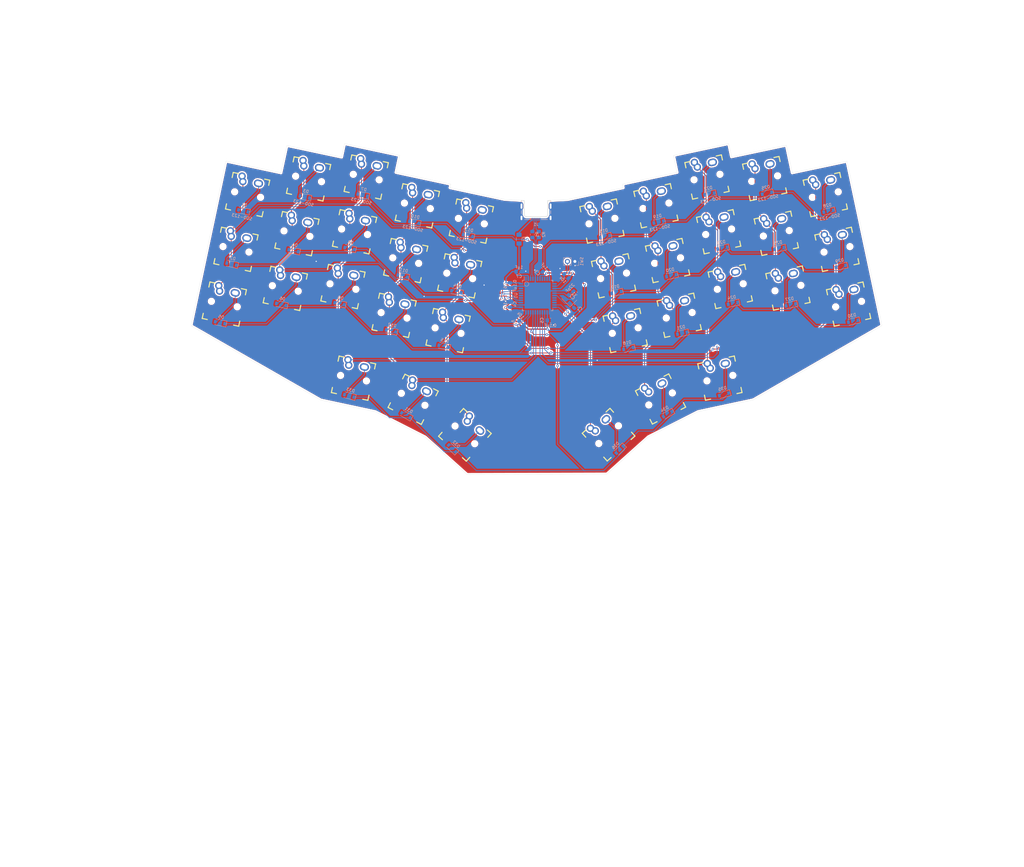
<source format=kicad_pcb>
(kicad_pcb (version 20171130) (host pcbnew 5.1.6)
  (layers (0 F.Cu signal) (31 B.Cu signal) (34 B.Paste user) (35 F.Paste user) (36 B.SilkS user) (37 F.SilkS user hide) (38 B.Mask user) (39 F.Mask user) (44 Edge.Cuts user))
  (net 0 "")
  (net 1 GND)
  (net 2 "Net-(C1-Pad1)")
  (net 3 "Net-(C2-Pad1)")
  (net 4 "Net-(C3-Pad1)")
  (net 5 +5V)
  (net 6 COL1)
  (net 7 "Net-(D1-Pad2)")
  (net 8 ROW1)
  (net 9 "Net-(D2-Pad2)")
  (net 10 "Net-(D3-Pad2)")
  (net 11 "Net-(D4-Pad2)")
  (net 12 ROW2)
  (net 13 "Net-(D5-Pad2)")
  (net 14 "Net-(D6-Pad2)")
  (net 15 "Net-(D7-Pad2)")
  (net 16 "Net-(D8-Pad2)")
  (net 17 "Net-(D9-Pad2)")
  (net 18 "Net-(D10-Pad2)")
  (net 19 "Net-(D11-Pad2)")
  (net 20 "Net-(D12-Pad2)")
  (net 21 "Net-(D13-Pad2)")
  (net 22 "Net-(D14-Pad2)")
  (net 23 "Net-(D15-Pad2)")
  (net 24 "Net-(D16-Pad2)")
  (net 25 "Net-(D17-Pad2)")
  (net 26 "Net-(D18-Pad2)")
  (net 27 "Net-(D19-Pad2)")
  (net 28 "Net-(D20-Pad2)")
  (net 29 "Net-(D21-Pad2)")
  (net 30 "Net-(D22-Pad2)")
  (net 31 "Net-(D23-Pad2)")
  (net 32 "Net-(D24-Pad2)")
  (net 33 "Net-(D25-Pad2)")
  (net 34 "Net-(D26-Pad2)")
  (net 35 "Net-(D27-Pad2)")
  (net 36 "Net-(D28-Pad2)")
  (net 37 "Net-(D29-Pad2)")
  (net 38 "Net-(D30-Pad2)")
  (net 39 "Net-(D31-Pad2)")
  (net 40 "Net-(D32-Pad2)")
  (net 41 "Net-(D33-Pad2)")
  (net 42 VCC)
  (net 43 COL0)
  (net 44 COL2)
  (net 45 COL4)
  (net 46 COL6)
  (net 47 COL8)
  (net 48 D-)
  (net 49 D+)
  (net 50 "Net-(R3-Pad2)")
  (net 51 "Net-(R4-Pad2)")
  (net 52 "Net-(U1-Pad42)")
  (net 53 "Net-(D34-Pad2)")
  (net 54 "Net-(D35-Pad2)")
  (net 55 "Net-(D36-Pad2)")
  (net 56 "Net-(U1-Pad20)")
  (net 57 "Net-(U1-Pad19)")
  (net 58 "Net-(U1-Pad18)")
  (net 59 ROW3)
  (net 60 COL9)
  (net 61 COL3)
  (net 62 COL5)
  (net 63 COL7)
  (net 64 ROW0)
  (net 65 "Net-(U1-Pad12)")
  (net 66 "Net-(U1-Pad39)")
  (net 67 "Net-(U1-Pad38)")
  (net 68 "Net-(U1-Pad10)")
  (net 69 "Net-(U1-Pad9)")
  (net 70 "Net-(U1-Pad8)")
  (net 71 "Net-(U1-Pad1)")
  (net 72 "Net-(U1-Pad40)")
  (net 73 /DN-)
  (net 74 /DN+)
  (net 75 "Net-(J1-Pad4)")
  (module random-keyboard-parts:MOLEX_47642-0001_HandSoldering_cuts (layer B.Cu) (at 140.4 36.8)
    (fp_text reference J1 (at 0.00508 4.39988) (layer B.SilkS) (effects (justify mirror)))
    (fp_text value USB_B_Micro)
    (fp_line (start -4 -3.7) (end -5 -3.75) (layer Edge.Cuts) (width 0.15))
    (fp_line (start 4 -3.7) (end 5 -3.75) (layer Edge.Cuts) (width 0.15))
    (fp_line (start -4 1) (end -4 -3.7) (layer Edge.Cuts) (width 0.15))
    (fp_line (start 4 1) (end 4 -3.7) (layer Edge.Cuts) (width 0.15))
    (fp_line (start -3.2 1.8) (end 3.2 1.8) (layer Edge.Cuts) (width 0.15))
    (fp_arc (start 3.2 1) (end 4 1) (angle 90) (layer Edge.Cuts) (width 0.15))
    (fp_arc (start -3.2 1) (end -3.2 1.8) (angle 90) (layer Edge.Cuts) (width 0.15))
    (pad 6 thru_hole oval (at 4.95 -1.8) (size 1.2 2.4) (drill oval 0.6 1.8) (layers *.Cu *.Mask) (net 1 GND))
    (pad 6 thru_hole oval (at 4.95 2.2) (size 1.2 2.1) (drill oval 0.6 1.5) (layers *.Cu *.Mask) (net 1 GND))
    (pad 1 smd rect (at -1.3 2.75) (size 0.4 1.1) (layers B.Cu B.Paste B.Mask) (net 42 VCC))
    (pad 6 thru_hole oval (at -4.95 -1.8) (size 1.2 2.4) (drill oval 0.6 1.8) (layers *.Cu *.Mask) (net 1 GND))
    (pad 6 thru_hole oval (at -4.95 2.2) (size 1.2 2.1) (drill oval 0.6 1.5) (layers *.Cu *.Mask) (net 1 GND))
    (pad 2 smd rect (at -0.65 2.75) (size 0.4 1.1) (layers B.Cu B.Paste B.Mask) (net 48 D-))
    (pad 3 smd rect (at 0 2.75) (size 0.4 1.1) (layers B.Cu B.Paste B.Mask) (net 49 D+))
    (pad 4 smd rect (at 0.65 2.75) (size 0.4 1.1) (layers B.Cu B.Paste B.Mask) (net 75 "Net-(J1-Pad4)"))
    (pad 5 smd rect (at 1.3 2.75) (size 0.4 1.1) (layers B.Cu B.Paste B.Mask) (net 1 GND))
  )
  (module Connector_PinHeader_2.54mm:PinHeader_1x02_P2.54mm_Vertical (layer B.Cu) (at 153.62 53.82 90)
    (fp_text reference SW1 (at 0 2.33 90) (layer B.SilkS) (effects (justify mirror)))
    (fp_text value SW_Push)
    (pad 2 thru_hole oval (at 0 -2.54 90) (size 1.7 1.7) (drill 1) (layers *.Cu *.Mask) (net 50 "Net-(R3-Pad2)"))
    (pad 1 thru_hole rect (at 0 0 90) (size 1.7 1.7) (drill 1) (layers *.Cu *.Mask) (net 1 GND))
  )
  (module "Keyboard bits:fixedsmkalpspcbfootprint" (layer F.Cu) (at 165.093 112.776 42)
    (fp_text reference MX37 hide)
    (fp_text value MX-NoLED hide)
    (pad "" np_thru_hole circle (at -4.5 0 12.95) (size 1.5 1.5) (drill 1.5) (layers *.Cu *.Mask))
    (pad "" np_thru_hole circle (at 4.5 0 12.95) (size 1.5 1.5) (drill 1.5) (layers *.Cu *.Mask))
    (pad 1 thru_hole circle (at -3.15 -5.75 42) (size 2.5 2.5) (drill 1.5) (layers *.Cu *.Mask) (net 62 COL5))
    (pad 2 thru_hole oval (at 2.825 -4.5 42) (size 3.15 2.5) (drill oval 2.15 1.5) (layers *.Cu *.Mask) (net 55 "Net-(D36-Pad2)"))
    (pad 1 thru_hole circle (at -2.5 -4 13) (size 2.5 2.5) (drill 1.5) (layers *.Cu *.Mask) (net 62 COL5))
  )
  (module "Keyboard bits:fixedsmkalpspcbfootprint" (layer F.Cu) (at 242.768 49.6992 12)
    (fp_text reference MX30 hide)
    (fp_text value MX-NoLED hide)
    (pad "" np_thru_hole circle (at -4.5 0 342.95) (size 1.5 1.5) (drill 1.5) (layers *.Cu *.Mask))
    (pad "" np_thru_hole circle (at 4.5 0 342.95) (size 1.5 1.5) (drill 1.5) (layers *.Cu *.Mask))
    (pad 1 thru_hole circle (at -3.15 -5.75 12) (size 2.5 2.5) (drill 1.5) (layers *.Cu *.Mask) (net 60 COL9))
    (pad 2 thru_hole oval (at 2.825 -4.5 12) (size 3.15 2.5) (drill oval 2.15 1.5) (layers *.Cu *.Mask) (net 37 "Net-(D29-Pad2)"))
    (pad 1 thru_hole circle (at -2.5 -4 343) (size 2.5 2.5) (drill 1.5) (layers *.Cu *.Mask) (net 60 COL9))
  )
  (module "Keyboard bits:fixedsmkalpspcbfootprint" (layer F.Cu) (at 202.946 93.5355 12)
    (fp_text reference MX36 hide)
    (fp_text value MX-NoLED hide)
    (pad "" np_thru_hole circle (at -4.5 0 342.95) (size 1.5 1.5) (drill 1.5) (layers *.Cu *.Mask))
    (pad "" np_thru_hole circle (at 4.5 0 342.95) (size 1.5 1.5) (drill 1.5) (layers *.Cu *.Mask))
    (pad 1 thru_hole circle (at -3.15 -5.75 12) (size 2.5 2.5) (drill 1.5) (layers *.Cu *.Mask) (net 63 COL7))
    (pad 2 thru_hole oval (at 2.825 -4.5 12) (size 3.15 2.5) (drill oval 2.15 1.5) (layers *.Cu *.Mask) (net 54 "Net-(D35-Pad2)"))
    (pad 1 thru_hole circle (at -2.5 -4 343) (size 2.5 2.5) (drill 1.5) (layers *.Cu *.Mask) (net 63 COL7))
  )
  (module "Keyboard bits:fixedsmkalpspcbfootprint" (layer F.Cu) (at 182.762 100.626 27)
    (fp_text reference MX35 hide)
    (fp_text value MX-NoLED hide)
    (pad "" np_thru_hole circle (at -4.5 0 357.95) (size 1.5 1.5) (drill 1.5) (layers *.Cu *.Mask))
    (pad "" np_thru_hole circle (at 4.5 0 357.95) (size 1.5 1.5) (drill 1.5) (layers *.Cu *.Mask))
    (pad 1 thru_hole circle (at -3.15 -5.75 27) (size 2.5 2.5) (drill 1.5) (layers *.Cu *.Mask) (net 46 COL6))
    (pad 2 thru_hole oval (at 2.825 -4.5 27) (size 3.15 2.5) (drill oval 2.15 1.5) (layers *.Cu *.Mask) (net 53 "Net-(D34-Pad2)"))
    (pad 1 thru_hole circle (at -2.5 -4 358) (size 2.5 2.5) (drill 1.5) (layers *.Cu *.Mask) (net 46 COL6))
  )
  (module "Keyboard bits:fixedsmkalpspcbfootprint" (layer F.Cu) (at 78.3104 93.5567 348)
    (fp_text reference MX34 hide)
    (fp_text value MX-NoLED hide)
    (pad "" np_thru_hole circle (at -4.5 0 318.95) (size 1.5 1.5) (drill 1.5) (layers *.Cu *.Mask))
    (pad "" np_thru_hole circle (at 4.5 0 318.95) (size 1.5 1.5) (drill 1.5) (layers *.Cu *.Mask))
    (pad 1 thru_hole circle (at -3.15 -5.75 348) (size 2.5 2.5) (drill 1.5) (layers *.Cu *.Mask) (net 44 COL2))
    (pad 2 thru_hole oval (at 2.825 -4.5 348) (size 3.15 2.5) (drill oval 2.15 1.5) (layers *.Cu *.Mask) (net 41 "Net-(D33-Pad2)"))
    (pad 1 thru_hole circle (at -2.5 -4 319) (size 2.5 2.5) (drill 1.5) (layers *.Cu *.Mask) (net 44 COL2))
  )
  (module "Keyboard bits:fixedsmkalpspcbfootprint" (layer F.Cu) (at 116.205 112.84 318)
    (fp_text reference MX33 hide)
    (fp_text value MX-NoLED hide)
    (pad "" np_thru_hole circle (at -4.5 0 288.95) (size 1.5 1.5) (drill 1.5) (layers *.Cu *.Mask))
    (pad "" np_thru_hole circle (at 4.5 0 288.95) (size 1.5 1.5) (drill 1.5) (layers *.Cu *.Mask))
    (pad 1 thru_hole circle (at -3.15 -5.75 318) (size 2.5 2.5) (drill 1.5) (layers *.Cu *.Mask) (net 45 COL4))
    (pad 2 thru_hole oval (at 2.825 -4.5 318) (size 3.15 2.5) (drill oval 2.15 1.5) (layers *.Cu *.Mask) (net 40 "Net-(D32-Pad2)"))
    (pad 1 thru_hole circle (at -2.5 -4 289) (size 2.5 2.5) (drill 1.5) (layers *.Cu *.Mask) (net 45 COL4))
  )
  (module "Keyboard bits:fixedsmkalpspcbfootprint" (layer F.Cu) (at 98.5972 100.736 333)
    (fp_text reference MX32 hide)
    (fp_text value MX-NoLED hide)
    (pad "" np_thru_hole circle (at -4.5 0 303.95) (size 1.5 1.5) (drill 1.5) (layers *.Cu *.Mask))
    (pad "" np_thru_hole circle (at 4.5 0 303.95) (size 1.5 1.5) (drill 1.5) (layers *.Cu *.Mask))
    (pad 1 thru_hole circle (at -3.15 -5.75 333) (size 2.5 2.5) (drill 1.5) (layers *.Cu *.Mask) (net 61 COL3))
    (pad 2 thru_hole oval (at 2.825 -4.5 333) (size 3.15 2.5) (drill oval 2.15 1.5) (layers *.Cu *.Mask) (net 39 "Net-(D31-Pad2)"))
    (pad 1 thru_hole circle (at -2.5 -4 304) (size 2.5 2.5) (drill 1.5) (layers *.Cu *.Mask) (net 61 COL3))
  )
  (module "Keyboard bits:fixedsmkalpspcbfootprint" (layer F.Cu) (at 246.729 68.3329 12)
    (fp_text reference MX31 hide)
    (fp_text value MX-NoLED hide)
    (pad "" np_thru_hole circle (at -4.5 0 342.95) (size 1.5 1.5) (drill 1.5) (layers *.Cu *.Mask))
    (pad "" np_thru_hole circle (at 4.5 0 342.95) (size 1.5 1.5) (drill 1.5) (layers *.Cu *.Mask))
    (pad 1 thru_hole circle (at -3.15 -5.75 12) (size 2.5 2.5) (drill 1.5) (layers *.Cu *.Mask) (net 60 COL9))
    (pad 2 thru_hole oval (at 2.825 -4.5 12) (size 3.15 2.5) (drill oval 2.15 1.5) (layers *.Cu *.Mask) (net 38 "Net-(D30-Pad2)"))
    (pad 1 thru_hole circle (at -2.5 -4 343) (size 2.5 2.5) (drill 1.5) (layers *.Cu *.Mask) (net 60 COL9))
  )
  (module "Keyboard bits:fixedsmkalpspcbfootprint" (layer F.Cu) (at 238.807 31.0655 12)
    (fp_text reference MX29 hide)
    (fp_text value MX-NoLED hide)
    (pad "" np_thru_hole circle (at -4.5 0 342.95) (size 1.5 1.5) (drill 1.5) (layers *.Cu *.Mask))
    (pad "" np_thru_hole circle (at 4.5 0 342.95) (size 1.5 1.5) (drill 1.5) (layers *.Cu *.Mask))
    (pad 1 thru_hole circle (at -3.15 -5.75 12) (size 2.5 2.5) (drill 1.5) (layers *.Cu *.Mask) (net 60 COL9))
    (pad 2 thru_hole oval (at 2.825 -4.5 12) (size 3.15 2.5) (drill oval 2.15 1.5) (layers *.Cu *.Mask) (net 36 "Net-(D28-Pad2)"))
    (pad 1 thru_hole circle (at -2.5 -4 343) (size 2.5 2.5) (drill 1.5) (layers *.Cu *.Mask) (net 60 COL9))
  )
  (module "Keyboard bits:fixedsmkalpspcbfootprint" (layer F.Cu) (at 226.094 62.8774 12)
    (fp_text reference MX28 hide)
    (fp_text value MX-NoLED hide)
    (pad "" np_thru_hole circle (at -4.5 0 342.95) (size 1.5 1.5) (drill 1.5) (layers *.Cu *.Mask))
    (pad "" np_thru_hole circle (at 4.5 0 342.95) (size 1.5 1.5) (drill 1.5) (layers *.Cu *.Mask))
    (pad 1 thru_hole circle (at -3.15 -5.75 12) (size 2.5 2.5) (drill 1.5) (layers *.Cu *.Mask) (net 47 COL8))
    (pad 2 thru_hole oval (at 2.825 -4.5 12) (size 3.15 2.5) (drill oval 2.15 1.5) (layers *.Cu *.Mask) (net 35 "Net-(D27-Pad2)"))
    (pad 1 thru_hole circle (at -2.5 -4 343) (size 2.5 2.5) (drill 1.5) (layers *.Cu *.Mask) (net 47 COL8))
  )
  (module "Keyboard bits:fixedsmkalpspcbfootprint" (layer F.Cu) (at 222.133 44.2437 12)
    (fp_text reference MX27 hide)
    (fp_text value MX-NoLED hide)
    (pad "" np_thru_hole circle (at -4.5 0 342.95) (size 1.5 1.5) (drill 1.5) (layers *.Cu *.Mask))
    (pad "" np_thru_hole circle (at 4.5 0 342.95) (size 1.5 1.5) (drill 1.5) (layers *.Cu *.Mask))
    (pad 1 thru_hole circle (at -3.15 -5.75 12) (size 2.5 2.5) (drill 1.5) (layers *.Cu *.Mask) (net 47 COL8))
    (pad 2 thru_hole oval (at 2.825 -4.5 12) (size 3.15 2.5) (drill oval 2.15 1.5) (layers *.Cu *.Mask) (net 34 "Net-(D26-Pad2)"))
    (pad 1 thru_hole circle (at -2.5 -4 343) (size 2.5 2.5) (drill 1.5) (layers *.Cu *.Mask) (net 47 COL8))
  )
  (module "Keyboard bits:fixedsmkalpspcbfootprint" (layer F.Cu) (at 218.172 25.61 12)
    (fp_text reference MX26 hide)
    (fp_text value MX-NoLED hide)
    (pad "" np_thru_hole circle (at -4.5 0 342.95) (size 1.5 1.5) (drill 1.5) (layers *.Cu *.Mask))
    (pad "" np_thru_hole circle (at 4.5 0 342.95) (size 1.5 1.5) (drill 1.5) (layers *.Cu *.Mask))
    (pad 1 thru_hole circle (at -3.15 -5.75 12) (size 2.5 2.5) (drill 1.5) (layers *.Cu *.Mask) (net 47 COL8))
    (pad 2 thru_hole oval (at 2.825 -4.5 12) (size 3.15 2.5) (drill oval 2.15 1.5) (layers *.Cu *.Mask) (net 33 "Net-(D25-Pad2)"))
    (pad 1 thru_hole circle (at -2.5 -4 343) (size 2.5 2.5) (drill 1.5) (layers *.Cu *.Mask) (net 47 COL8))
  )
  (module "Keyboard bits:fixedsmkalpspcbfootprint" (layer F.Cu) (at 206.479 62.3465 12)
    (fp_text reference MX25 hide)
    (fp_text value MX-NoLED hide)
    (pad "" np_thru_hole circle (at -4.5 0 342.95) (size 1.5 1.5) (drill 1.5) (layers *.Cu *.Mask))
    (pad "" np_thru_hole circle (at 4.5 0 342.95) (size 1.5 1.5) (drill 1.5) (layers *.Cu *.Mask))
    (pad 1 thru_hole circle (at -3.15 -5.75 12) (size 2.5 2.5) (drill 1.5) (layers *.Cu *.Mask) (net 63 COL7))
    (pad 2 thru_hole oval (at 2.825 -4.5 12) (size 3.15 2.5) (drill oval 2.15 1.5) (layers *.Cu *.Mask) (net 32 "Net-(D24-Pad2)"))
    (pad 1 thru_hole circle (at -2.5 -4 343) (size 2.5 2.5) (drill 1.5) (layers *.Cu *.Mask) (net 63 COL7))
  )
  (module "Keyboard bits:fixedsmkalpspcbfootprint" (layer F.Cu) (at 202.519 43.7128 12)
    (fp_text reference MX24 hide)
    (fp_text value MX-NoLED hide)
    (pad "" np_thru_hole circle (at -4.5 0 342.95) (size 1.5 1.5) (drill 1.5) (layers *.Cu *.Mask))
    (pad "" np_thru_hole circle (at 4.5 0 342.95) (size 1.5 1.5) (drill 1.5) (layers *.Cu *.Mask))
    (pad 1 thru_hole circle (at -3.15 -5.75 12) (size 2.5 2.5) (drill 1.5) (layers *.Cu *.Mask) (net 63 COL7))
    (pad 2 thru_hole oval (at 2.825 -4.5 12) (size 3.15 2.5) (drill oval 2.15 1.5) (layers *.Cu *.Mask) (net 31 "Net-(D23-Pad2)"))
    (pad 1 thru_hole circle (at -2.5 -4 343) (size 2.5 2.5) (drill 1.5) (layers *.Cu *.Mask) (net 63 COL7))
  )
  (module "Keyboard bits:fixedsmkalpspcbfootprint" (layer F.Cu) (at 198.558 25.0791 12)
    (fp_text reference MX23 hide)
    (fp_text value MX-NoLED hide)
    (pad "" np_thru_hole circle (at -4.5 0 342.95) (size 1.5 1.5) (drill 1.5) (layers *.Cu *.Mask))
    (pad "" np_thru_hole circle (at 4.5 0 342.95) (size 1.5 1.5) (drill 1.5) (layers *.Cu *.Mask))
    (pad 1 thru_hole circle (at -3.15 -5.75 12) (size 2.5 2.5) (drill 1.5) (layers *.Cu *.Mask) (net 63 COL7))
    (pad 2 thru_hole oval (at 2.825 -4.5 12) (size 3.15 2.5) (drill oval 2.15 1.5) (layers *.Cu *.Mask) (net 30 "Net-(D22-Pad2)"))
    (pad 1 thru_hole circle (at -2.5 -4 343) (size 2.5 2.5) (drill 1.5) (layers *.Cu *.Mask) (net 63 COL7))
  )
  (module "Keyboard bits:fixedsmkalpspcbfootprint" (layer F.Cu) (at 189.111 72.1405 12)
    (fp_text reference MX22 hide)
    (fp_text value MX-NoLED hide)
    (pad "" np_thru_hole circle (at -4.5 0 342.95) (size 1.5 1.5) (drill 1.5) (layers *.Cu *.Mask))
    (pad "" np_thru_hole circle (at 4.5 0 342.95) (size 1.5 1.5) (drill 1.5) (layers *.Cu *.Mask))
    (pad 1 thru_hole circle (at -3.15 -5.75 12) (size 2.5 2.5) (drill 1.5) (layers *.Cu *.Mask) (net 46 COL6))
    (pad 2 thru_hole oval (at 2.825 -4.5 12) (size 3.15 2.5) (drill oval 2.15 1.5) (layers *.Cu *.Mask) (net 29 "Net-(D21-Pad2)"))
    (pad 1 thru_hole circle (at -2.5 -4 343) (size 2.5 2.5) (drill 1.5) (layers *.Cu *.Mask) (net 46 COL6))
  )
  (module "Keyboard bits:fixedsmkalpspcbfootprint" (layer F.Cu) (at 185.151 53.5068 12)
    (fp_text reference MX21 hide)
    (fp_text value MX-NoLED hide)
    (pad "" np_thru_hole circle (at -4.5 0 342.95) (size 1.5 1.5) (drill 1.5) (layers *.Cu *.Mask))
    (pad "" np_thru_hole circle (at 4.5 0 342.95) (size 1.5 1.5) (drill 1.5) (layers *.Cu *.Mask))
    (pad 1 thru_hole circle (at -3.15 -5.75 12) (size 2.5 2.5) (drill 1.5) (layers *.Cu *.Mask) (net 46 COL6))
    (pad 2 thru_hole oval (at 2.825 -4.5 12) (size 3.15 2.5) (drill oval 2.15 1.5) (layers *.Cu *.Mask) (net 28 "Net-(D20-Pad2)"))
    (pad 1 thru_hole circle (at -2.5 -4 343) (size 2.5 2.5) (drill 1.5) (layers *.Cu *.Mask) (net 46 COL6))
  )
  (module "Keyboard bits:fixedsmkalpspcbfootprint" (layer F.Cu) (at 181.19 34.8731 12)
    (fp_text reference MX20 hide)
    (fp_text value MX-NoLED hide)
    (pad "" np_thru_hole circle (at -4.5 0 342.95) (size 1.5 1.5) (drill 1.5) (layers *.Cu *.Mask))
    (pad "" np_thru_hole circle (at 4.5 0 342.95) (size 1.5 1.5) (drill 1.5) (layers *.Cu *.Mask))
    (pad 1 thru_hole circle (at -3.15 -5.75 12) (size 2.5 2.5) (drill 1.5) (layers *.Cu *.Mask) (net 46 COL6))
    (pad 2 thru_hole oval (at 2.825 -4.5 12) (size 3.15 2.5) (drill oval 2.15 1.5) (layers *.Cu *.Mask) (net 27 "Net-(D19-Pad2)"))
    (pad 1 thru_hole circle (at -2.5 -4 343) (size 2.5 2.5) (drill 1.5) (layers *.Cu *.Mask) (net 46 COL6))
  )
  (module "Keyboard bits:fixedsmkalpspcbfootprint" (layer F.Cu) (at 170.742 77.3434 12)
    (fp_text reference MX19 hide)
    (fp_text value MX-NoLED hide)
    (pad "" np_thru_hole circle (at -4.5 0 342.95) (size 1.5 1.5) (drill 1.5) (layers *.Cu *.Mask))
    (pad "" np_thru_hole circle (at 4.5 0 342.95) (size 1.5 1.5) (drill 1.5) (layers *.Cu *.Mask))
    (pad 1 thru_hole circle (at -3.15 -5.75 12) (size 2.5 2.5) (drill 1.5) (layers *.Cu *.Mask) (net 62 COL5))
    (pad 2 thru_hole oval (at 2.825 -4.5 12) (size 3.15 2.5) (drill oval 2.15 1.5) (layers *.Cu *.Mask) (net 26 "Net-(D18-Pad2)"))
    (pad 1 thru_hole circle (at -2.5 -4 343) (size 2.5 2.5) (drill 1.5) (layers *.Cu *.Mask) (net 62 COL5))
  )
  (module "Keyboard bits:fixedsmkalpspcbfootprint" (layer F.Cu) (at 166.781 58.7097 12)
    (fp_text reference MX18 hide)
    (fp_text value MX-NoLED hide)
    (pad "" np_thru_hole circle (at -4.5 0 342.95) (size 1.5 1.5) (drill 1.5) (layers *.Cu *.Mask))
    (pad "" np_thru_hole circle (at 4.5 0 342.95) (size 1.5 1.5) (drill 1.5) (layers *.Cu *.Mask))
    (pad 1 thru_hole circle (at -3.15 -5.75 12) (size 2.5 2.5) (drill 1.5) (layers *.Cu *.Mask) (net 62 COL5))
    (pad 2 thru_hole oval (at 2.825 -4.5 12) (size 3.15 2.5) (drill oval 2.15 1.5) (layers *.Cu *.Mask) (net 25 "Net-(D17-Pad2)"))
    (pad 1 thru_hole circle (at -2.5 -4 343) (size 2.5 2.5) (drill 1.5) (layers *.Cu *.Mask) (net 62 COL5))
  )
  (module "Keyboard bits:fixedsmkalpspcbfootprint" (layer F.Cu) (at 162.82 40.076 12)
    (fp_text reference MX17 hide)
    (fp_text value MX-NoLED hide)
    (pad "" np_thru_hole circle (at -4.5 0 342.95) (size 1.5 1.5) (drill 1.5) (layers *.Cu *.Mask))
    (pad "" np_thru_hole circle (at 4.5 0 342.95) (size 1.5 1.5) (drill 1.5) (layers *.Cu *.Mask))
    (pad 1 thru_hole circle (at -3.15 -5.75 12) (size 2.5 2.5) (drill 1.5) (layers *.Cu *.Mask) (net 62 COL5))
    (pad 2 thru_hole oval (at 2.825 -4.5 12) (size 3.15 2.5) (drill oval 2.15 1.5) (layers *.Cu *.Mask) (net 24 "Net-(D16-Pad2)"))
    (pad 1 thru_hole circle (at -2.5 -4 343) (size 2.5 2.5) (drill 1.5) (layers *.Cu *.Mask) (net 62 COL5))
  )
  (module "Keyboard bits:fixedsmkalpspcbfootprint" (layer F.Cu) (at 110.481 77.3624 348)
    (fp_text reference MX16 hide)
    (fp_text value MX-NoLED hide)
    (pad "" np_thru_hole circle (at -4.5 0 318.95) (size 1.5 1.5) (drill 1.5) (layers *.Cu *.Mask))
    (pad "" np_thru_hole circle (at 4.5 0 318.95) (size 1.5 1.5) (drill 1.5) (layers *.Cu *.Mask))
    (pad 1 thru_hole circle (at -3.15 -5.75 348) (size 2.5 2.5) (drill 1.5) (layers *.Cu *.Mask) (net 45 COL4))
    (pad 2 thru_hole oval (at 2.825 -4.5 348) (size 3.15 2.5) (drill oval 2.15 1.5) (layers *.Cu *.Mask) (net 23 "Net-(D15-Pad2)"))
    (pad 1 thru_hole circle (at -2.5 -4 319) (size 2.5 2.5) (drill 1.5) (layers *.Cu *.Mask) (net 45 COL4))
  )
  (module "Keyboard bits:fixedsmkalpspcbfootprint" (layer F.Cu) (at 114.442 58.7287 348)
    (fp_text reference MX15 hide)
    (fp_text value MX-NoLED hide)
    (pad "" np_thru_hole circle (at -4.5 0 318.95) (size 1.5 1.5) (drill 1.5) (layers *.Cu *.Mask))
    (pad "" np_thru_hole circle (at 4.5 0 318.95) (size 1.5 1.5) (drill 1.5) (layers *.Cu *.Mask))
    (pad 1 thru_hole circle (at -3.15 -5.75 348) (size 2.5 2.5) (drill 1.5) (layers *.Cu *.Mask) (net 45 COL4))
    (pad 2 thru_hole oval (at 2.825 -4.5 348) (size 3.15 2.5) (drill oval 2.15 1.5) (layers *.Cu *.Mask) (net 22 "Net-(D14-Pad2)"))
    (pad 1 thru_hole circle (at -2.5 -4 319) (size 2.5 2.5) (drill 1.5) (layers *.Cu *.Mask) (net 45 COL4))
  )
  (module "Keyboard bits:fixedsmkalpspcbfootprint" (layer F.Cu) (at 118.402 40.0949 348)
    (fp_text reference MX14 hide)
    (fp_text value MX-NoLED hide)
    (pad "" np_thru_hole circle (at -4.5 0 318.95) (size 1.5 1.5) (drill 1.5) (layers *.Cu *.Mask))
    (pad "" np_thru_hole circle (at 4.5 0 318.95) (size 1.5 1.5) (drill 1.5) (layers *.Cu *.Mask))
    (pad 1 thru_hole circle (at -3.15 -5.75 348) (size 2.5 2.5) (drill 1.5) (layers *.Cu *.Mask) (net 45 COL4))
    (pad 2 thru_hole oval (at 2.825 -4.5 348) (size 3.15 2.5) (drill oval 2.15 1.5) (layers *.Cu *.Mask) (net 21 "Net-(D13-Pad2)"))
    (pad 1 thru_hole circle (at -2.5 -4 319) (size 2.5 2.5) (drill 1.5) (layers *.Cu *.Mask) (net 45 COL4))
  )
  (module "Keyboard bits:fixedsmkalpspcbfootprint" (layer F.Cu) (at 92.1113 72.1594 348)
    (fp_text reference MX13 hide)
    (fp_text value MX-NoLED hide)
    (pad "" np_thru_hole circle (at -4.5 0 318.95) (size 1.5 1.5) (drill 1.5) (layers *.Cu *.Mask))
    (pad "" np_thru_hole circle (at 4.5 0 318.95) (size 1.5 1.5) (drill 1.5) (layers *.Cu *.Mask))
    (pad 1 thru_hole circle (at -3.15 -5.75 348) (size 2.5 2.5) (drill 1.5) (layers *.Cu *.Mask) (net 61 COL3))
    (pad 2 thru_hole oval (at 2.825 -4.5 348) (size 3.15 2.5) (drill oval 2.15 1.5) (layers *.Cu *.Mask) (net 20 "Net-(D12-Pad2)"))
    (pad 1 thru_hole circle (at -2.5 -4 319) (size 2.5 2.5) (drill 1.5) (layers *.Cu *.Mask) (net 61 COL3))
  )
  (module "Keyboard bits:fixedsmkalpspcbfootprint" (layer F.Cu) (at 96.072 53.5257 348)
    (fp_text reference MX12 hide)
    (fp_text value MX-NoLED hide)
    (pad "" np_thru_hole circle (at -4.5 0 318.95) (size 1.5 1.5) (drill 1.5) (layers *.Cu *.Mask))
    (pad "" np_thru_hole circle (at 4.5 0 318.95) (size 1.5 1.5) (drill 1.5) (layers *.Cu *.Mask))
    (pad 1 thru_hole circle (at -3.15 -5.75 348) (size 2.5 2.5) (drill 1.5) (layers *.Cu *.Mask) (net 61 COL3))
    (pad 2 thru_hole oval (at 2.825 -4.5 348) (size 3.15 2.5) (drill oval 2.15 1.5) (layers *.Cu *.Mask) (net 19 "Net-(D11-Pad2)"))
    (pad 1 thru_hole circle (at -2.5 -4 319) (size 2.5 2.5) (drill 1.5) (layers *.Cu *.Mask) (net 61 COL3))
  )
  (module "Keyboard bits:fixedsmkalpspcbfootprint" (layer F.Cu) (at 100.033 34.892 348)
    (fp_text reference MX11 hide)
    (fp_text value MX-NoLED hide)
    (pad "" np_thru_hole circle (at -4.5 0 318.95) (size 1.5 1.5) (drill 1.5) (layers *.Cu *.Mask))
    (pad "" np_thru_hole circle (at 4.5 0 318.95) (size 1.5 1.5) (drill 1.5) (layers *.Cu *.Mask))
    (pad 1 thru_hole circle (at -3.15 -5.75 348) (size 2.5 2.5) (drill 1.5) (layers *.Cu *.Mask) (net 61 COL3))
    (pad 2 thru_hole oval (at 2.825 -4.5 348) (size 3.15 2.5) (drill oval 2.15 1.5) (layers *.Cu *.Mask) (net 18 "Net-(D10-Pad2)"))
    (pad 1 thru_hole circle (at -2.5 -4 319) (size 2.5 2.5) (drill 1.5) (layers *.Cu *.Mask) (net 61 COL3))
  )
  (module "Keyboard bits:fixedsmkalpspcbfootprint" (layer F.Cu) (at 74.7186 62.3601 348)
    (fp_text reference MX10 hide)
    (fp_text value MX-NoLED hide)
    (pad "" np_thru_hole circle (at -4.5 0 318.95) (size 1.5 1.5) (drill 1.5) (layers *.Cu *.Mask))
    (pad "" np_thru_hole circle (at 4.5 0 318.95) (size 1.5 1.5) (drill 1.5) (layers *.Cu *.Mask))
    (pad 1 thru_hole circle (at -3.15 -5.75 348) (size 2.5 2.5) (drill 1.5) (layers *.Cu *.Mask) (net 44 COL2))
    (pad 2 thru_hole oval (at 2.825 -4.5 348) (size 3.15 2.5) (drill oval 2.15 1.5) (layers *.Cu *.Mask) (net 17 "Net-(D9-Pad2)"))
    (pad 1 thru_hole circle (at -2.5 -4 319) (size 2.5 2.5) (drill 1.5) (layers *.Cu *.Mask) (net 44 COL2))
  )
  (module "Keyboard bits:fixedsmkalpspcbfootprint" (layer F.Cu) (at 78.6793 43.7264 348)
    (fp_text reference MX9 hide)
    (fp_text value MX-NoLED hide)
    (pad "" np_thru_hole circle (at -4.5 0 318.95) (size 1.5 1.5) (drill 1.5) (layers *.Cu *.Mask))
    (pad "" np_thru_hole circle (at 4.5 0 318.95) (size 1.5 1.5) (drill 1.5) (layers *.Cu *.Mask))
    (pad 1 thru_hole circle (at -3.15 -5.75 348) (size 2.5 2.5) (drill 1.5) (layers *.Cu *.Mask) (net 44 COL2))
    (pad 2 thru_hole oval (at 2.825 -4.5 348) (size 3.15 2.5) (drill oval 2.15 1.5) (layers *.Cu *.Mask) (net 16 "Net-(D8-Pad2)"))
    (pad 1 thru_hole circle (at -2.5 -4 319) (size 2.5 2.5) (drill 1.5) (layers *.Cu *.Mask) (net 44 COL2))
  )
  (module "Keyboard bits:fixedsmkalpspcbfootprint" (layer F.Cu) (at 82.64 25.0927 348)
    (fp_text reference MX8 hide)
    (fp_text value MX-NoLED hide)
    (pad "" np_thru_hole circle (at -4.5 0 318.95) (size 1.5 1.5) (drill 1.5) (layers *.Cu *.Mask))
    (pad "" np_thru_hole circle (at 4.5 0 318.95) (size 1.5 1.5) (drill 1.5) (layers *.Cu *.Mask))
    (pad 1 thru_hole circle (at -3.15 -5.75 348) (size 2.5 2.5) (drill 1.5) (layers *.Cu *.Mask) (net 44 COL2))
    (pad 2 thru_hole oval (at 2.825 -4.5 348) (size 3.15 2.5) (drill oval 2.15 1.5) (layers *.Cu *.Mask) (net 15 "Net-(D7-Pad2)"))
    (pad 1 thru_hole circle (at -2.5 -4 319) (size 2.5 2.5) (drill 1.5) (layers *.Cu *.Mask) (net 44 COL2))
  )
  (module "Keyboard bits:fixedsmkalpspcbfootprint" (layer F.Cu) (at 55.1079 62.9957 348)
    (fp_text reference MX7 hide)
    (fp_text value MX-NoLED hide)
    (pad "" np_thru_hole circle (at -4.5 0 318.95) (size 1.5 1.5) (drill 1.5) (layers *.Cu *.Mask))
    (pad "" np_thru_hole circle (at 4.5 0 318.95) (size 1.5 1.5) (drill 1.5) (layers *.Cu *.Mask))
    (pad 1 thru_hole circle (at -3.15 -5.75 348) (size 2.5 2.5) (drill 1.5) (layers *.Cu *.Mask) (net 6 COL1))
    (pad 2 thru_hole oval (at 2.825 -4.5 348) (size 3.15 2.5) (drill oval 2.15 1.5) (layers *.Cu *.Mask) (net 14 "Net-(D6-Pad2)"))
    (pad 1 thru_hole circle (at -2.5 -4 319) (size 2.5 2.5) (drill 1.5) (layers *.Cu *.Mask) (net 6 COL1))
  )
  (module "Keyboard bits:fixedsmkalpspcbfootprint" (layer F.Cu) (at 59.0686 44.362 348)
    (fp_text reference MX5 hide)
    (fp_text value MX-NoLED hide)
    (pad "" np_thru_hole circle (at -4.5 0 318.95) (size 1.5 1.5) (drill 1.5) (layers *.Cu *.Mask))
    (pad "" np_thru_hole circle (at 4.5 0 318.95) (size 1.5 1.5) (drill 1.5) (layers *.Cu *.Mask))
    (pad 1 thru_hole circle (at -3.15 -5.75 348) (size 2.5 2.5) (drill 1.5) (layers *.Cu *.Mask) (net 6 COL1))
    (pad 2 thru_hole oval (at 2.825 -4.5 348) (size 3.15 2.5) (drill oval 2.15 1.5) (layers *.Cu *.Mask) (net 11 "Net-(D4-Pad2)"))
    (pad 1 thru_hole circle (at -2.5 -4 319) (size 2.5 2.5) (drill 1.5) (layers *.Cu *.Mask) (net 6 COL1))
  )
  (module "Keyboard bits:fixedsmkalpspcbfootprint" (layer F.Cu) (at 63.0294 25.7283 348)
    (fp_text reference MX4 hide)
    (fp_text value MX-NoLED hide)
    (pad "" np_thru_hole circle (at -4.5 0 318.95) (size 1.5 1.5) (drill 1.5) (layers *.Cu *.Mask))
    (pad "" np_thru_hole circle (at 4.5 0 318.95) (size 1.5 1.5) (drill 1.5) (layers *.Cu *.Mask))
    (pad 1 thru_hole circle (at -3.15 -5.75 348) (size 2.5 2.5) (drill 1.5) (layers *.Cu *.Mask) (net 6 COL1))
    (pad 2 thru_hole oval (at 2.825 -4.5 348) (size 3.15 2.5) (drill oval 2.15 1.5) (layers *.Cu *.Mask) (net 10 "Net-(D3-Pad2)"))
    (pad 1 thru_hole circle (at -2.5 -4 319) (size 2.5 2.5) (drill 1.5) (layers *.Cu *.Mask) (net 6 COL1))
  )
  (module "Keyboard bits:fixedsmkalpspcbfootprint" (layer F.Cu) (at 34.3696 68.3255 348)
    (fp_text reference MX3 hide)
    (fp_text value MX-NoLED hide)
    (pad "" np_thru_hole circle (at -4.5 0 318.95) (size 1.5 1.5) (drill 1.5) (layers *.Cu *.Mask))
    (pad "" np_thru_hole circle (at 4.5 0 318.95) (size 1.5 1.5) (drill 1.5) (layers *.Cu *.Mask))
    (pad 1 thru_hole circle (at -3.15 -5.75 348) (size 2.5 2.5) (drill 1.5) (layers *.Cu *.Mask) (net 43 COL0))
    (pad 2 thru_hole oval (at 2.825 -4.5 348) (size 3.15 2.5) (drill oval 2.15 1.5) (layers *.Cu *.Mask) (net 13 "Net-(D5-Pad2)"))
    (pad 1 thru_hole circle (at -2.5 -4 319) (size 2.5 2.5) (drill 1.5) (layers *.Cu *.Mask) (net 43 COL0))
  )
  (module "Keyboard bits:fixedsmkalpspcbfootprint" (layer F.Cu) (at 38.3303 49.6917 348)
    (fp_text reference MX2 hide)
    (fp_text value MX-NoLED hide)
    (pad "" np_thru_hole circle (at -4.5 0 318.95) (size 1.5 1.5) (drill 1.5) (layers *.Cu *.Mask))
    (pad "" np_thru_hole circle (at 4.5 0 318.95) (size 1.5 1.5) (drill 1.5) (layers *.Cu *.Mask))
    (pad 1 thru_hole circle (at -3.15 -5.75 348) (size 2.5 2.5) (drill 1.5) (layers *.Cu *.Mask) (net 43 COL0))
    (pad 2 thru_hole oval (at 2.825 -4.5 348) (size 3.15 2.5) (drill oval 2.15 1.5) (layers *.Cu *.Mask) (net 9 "Net-(D2-Pad2)"))
    (pad 1 thru_hole circle (at -2.5 -4 319) (size 2.5 2.5) (drill 1.5) (layers *.Cu *.Mask) (net 43 COL0))
  )
  (module "Keyboard bits:fixedsmkalpspcbfootprint" (layer F.Cu) (at 42.2911 31.058 348)
    (fp_text reference MX1 hide)
    (fp_text value MX-NoLED hide)
    (pad "" np_thru_hole circle (at -4.5 0 318.95) (size 1.5 1.5) (drill 1.5) (layers *.Cu *.Mask))
    (pad "" np_thru_hole circle (at 4.5 0 318.95) (size 1.5 1.5) (drill 1.5) (layers *.Cu *.Mask))
    (pad 1 thru_hole circle (at -3.15 -5.75 348) (size 2.5 2.5) (drill 1.5) (layers *.Cu *.Mask) (net 43 COL0))
    (pad 2 thru_hole oval (at 2.825 -4.5 348) (size 3.15 2.5) (drill oval 2.15 1.5) (layers *.Cu *.Mask) (net 7 "Net-(D1-Pad2)"))
    (pad 1 thru_hole circle (at -2.5 -4 319) (size 2.5 2.5) (drill 1.5) (layers *.Cu *.Mask) (net 43 COL0))
  )
  (module Capacitor_SMD:C_0805_2012Metric_Pad1.15x1.40mm_HandSolder (layer B.Cu) (at 154.095 68.9348 45)
    (fp_text reference C1 (at 0 1.65 45) (layer B.SilkS) (effects (justify mirror)))
    (fp_text value 22pF)
    (pad 2 smd roundrect (at 1.025 0 45) (size 1.15 1.4) (layers B.Cu B.Paste B.Mask) (roundrect_rratio 0.217391) (net 1 GND))
    (pad 1 smd roundrect (at -1.025 0 45) (size 1.15 1.4) (layers B.Cu B.Paste B.Mask) (roundrect_rratio 0.217391) (net 2 "Net-(C1-Pad1)"))
  )
  (module random-keyboard-parts:D_SOD-123-Pretty (layer B.Cu) (at 207.391 68.072 192)
    (fp_text reference D24 (at 0 2 192) (layer B.SilkS) (effects (justify mirror)))
    (fp_text value SOD-123)
    (pad 1 smd rect (at -1.65 0 192) (size 0.9 1.2) (layers B.Cu B.Paste B.Mask) (net 12 ROW2))
    (pad 2 smd rect (at 1.65 0 192) (size 0.9 1.2) (layers B.Cu B.Paste B.Mask) (net 32 "Net-(D24-Pad2)"))
  )
  (module Package_QFP:TQFP-44_10x10mm_P0.8mm (layer B.Cu) (at 140.956 65.423 270)
    (fp_text reference U1 (at 0 7.45 90) (layer B.SilkS) (effects (justify mirror)))
    (fp_text value ATmega32U4-AU)
    (pad 44 smd rect (at -4 5.7 180) (size 1.5 0.55) (layers B.Cu B.Paste B.Mask) (net 5 +5V))
    (pad 43 smd rect (at -3.2 5.7 180) (size 1.5 0.55) (layers B.Cu B.Paste B.Mask) (net 1 GND))
    (pad 42 smd rect (at -2.4 5.7 180) (size 1.5 0.55) (layers B.Cu B.Paste B.Mask) (net 52 "Net-(U1-Pad42)"))
    (pad 41 smd rect (at -1.6 5.7 180) (size 1.5 0.55) (layers B.Cu B.Paste B.Mask) (net 6 COL1))
    (pad 40 smd rect (at -0.8 5.7 180) (size 1.5 0.55) (layers B.Cu B.Paste B.Mask) (net 72 "Net-(U1-Pad40)"))
    (pad 39 smd rect (at 0 5.7 180) (size 1.5 0.55) (layers B.Cu B.Paste B.Mask) (net 66 "Net-(U1-Pad39)"))
    (pad 38 smd rect (at 0.8 5.7 180) (size 1.5 0.55) (layers B.Cu B.Paste B.Mask) (net 67 "Net-(U1-Pad38)"))
    (pad 37 smd rect (at 1.6 5.7 180) (size 1.5 0.55) (layers B.Cu B.Paste B.Mask) (net 43 COL0))
    (pad 36 smd rect (at 2.4 5.7 180) (size 1.5 0.55) (layers B.Cu B.Paste B.Mask) (net 45 COL4))
    (pad 35 smd rect (at 3.2 5.7 180) (size 1.5 0.55) (layers B.Cu B.Paste B.Mask) (net 1 GND))
    (pad 34 smd rect (at 4 5.7 180) (size 1.5 0.55) (layers B.Cu B.Paste B.Mask) (net 5 +5V))
    (pad 33 smd rect (at 5.7 4 270) (size 1.5 0.55) (layers B.Cu B.Paste B.Mask) (net 51 "Net-(R4-Pad2)"))
    (pad 32 smd rect (at 5.7 3.2 270) (size 1.5 0.55) (layers B.Cu B.Paste B.Mask) (net 8 ROW1))
    (pad 31 smd rect (at 5.7 2.4 270) (size 1.5 0.55) (layers B.Cu B.Paste B.Mask) (net 12 ROW2))
    (pad 30 smd rect (at 5.7 1.6 270) (size 1.5 0.55) (layers B.Cu B.Paste B.Mask) (net 59 ROW3))
    (pad 29 smd rect (at 5.7 0.8 270) (size 1.5 0.55) (layers B.Cu B.Paste B.Mask) (net 44 COL2))
    (pad 28 smd rect (at 5.7 0 270) (size 1.5 0.55) (layers B.Cu B.Paste B.Mask) (net 61 COL3))
    (pad 27 smd rect (at 5.7 -0.8 270) (size 1.5 0.55) (layers B.Cu B.Paste B.Mask) (net 63 COL7))
    (pad 26 smd rect (at 5.7 -1.6 270) (size 1.5 0.55) (layers B.Cu B.Paste B.Mask) (net 47 COL8))
    (pad 25 smd rect (at 5.7 -2.4 270) (size 1.5 0.55) (layers B.Cu B.Paste B.Mask) (net 60 COL9))
    (pad 24 smd rect (at 5.7 -3.2 270) (size 1.5 0.55) (layers B.Cu B.Paste B.Mask) (net 5 +5V))
    (pad 23 smd rect (at 5.7 -4 270) (size 1.5 0.55) (layers B.Cu B.Paste B.Mask) (net 1 GND))
    (pad 22 smd rect (at 4 -5.7 180) (size 1.5 0.55) (layers B.Cu B.Paste B.Mask) (net 62 COL5))
    (pad 21 smd rect (at 3.2 -5.7 180) (size 1.5 0.55) (layers B.Cu B.Paste B.Mask) (net 46 COL6))
    (pad 20 smd rect (at 2.4 -5.7 180) (size 1.5 0.55) (layers B.Cu B.Paste B.Mask) (net 56 "Net-(U1-Pad20)"))
    (pad 19 smd rect (at 1.6 -5.7 180) (size 1.5 0.55) (layers B.Cu B.Paste B.Mask) (net 57 "Net-(U1-Pad19)"))
    (pad 18 smd rect (at 0.8 -5.7 180) (size 1.5 0.55) (layers B.Cu B.Paste B.Mask) (net 58 "Net-(U1-Pad18)"))
    (pad 17 smd rect (at 0 -5.7 180) (size 1.5 0.55) (layers B.Cu B.Paste B.Mask) (net 2 "Net-(C1-Pad1)"))
    (pad 16 smd rect (at -0.8 -5.7 180) (size 1.5 0.55) (layers B.Cu B.Paste B.Mask) (net 3 "Net-(C2-Pad1)"))
    (pad 15 smd rect (at -1.6 -5.7 180) (size 1.5 0.55) (layers B.Cu B.Paste B.Mask) (net 1 GND))
    (pad 14 smd rect (at -2.4 -5.7 180) (size 1.5 0.55) (layers B.Cu B.Paste B.Mask) (net 5 +5V))
    (pad 13 smd rect (at -3.2 -5.7 180) (size 1.5 0.55) (layers B.Cu B.Paste B.Mask) (net 50 "Net-(R3-Pad2)"))
    (pad 12 smd rect (at -4 -5.7 180) (size 1.5 0.55) (layers B.Cu B.Paste B.Mask) (net 65 "Net-(U1-Pad12)"))
    (pad 11 smd rect (at -5.7 -4 270) (size 1.5 0.55) (layers B.Cu B.Paste B.Mask) (net 64 ROW0))
    (pad 10 smd rect (at -5.7 -3.2 270) (size 1.5 0.55) (layers B.Cu B.Paste B.Mask) (net 68 "Net-(U1-Pad10)"))
    (pad 9 smd rect (at -5.7 -2.4 270) (size 1.5 0.55) (layers B.Cu B.Paste B.Mask) (net 69 "Net-(U1-Pad9)"))
    (pad 8 smd rect (at -5.7 -1.6 270) (size 1.5 0.55) (layers B.Cu B.Paste B.Mask) (net 70 "Net-(U1-Pad8)"))
    (pad 7 smd rect (at -5.7 -0.8 270) (size 1.5 0.55) (layers B.Cu B.Paste B.Mask) (net 5 +5V))
    (pad 6 smd rect (at -5.7 0 270) (size 1.5 0.55) (layers B.Cu B.Paste B.Mask) (net 4 "Net-(C3-Pad1)"))
    (pad 5 smd rect (at -5.7 0.8 270) (size 1.5 0.55) (layers B.Cu B.Paste B.Mask) (net 1 GND))
    (pad 4 smd rect (at -5.7 1.6 270) (size 1.5 0.55) (layers B.Cu B.Paste B.Mask) (net 74 /DN+))
    (pad 3 smd rect (at -5.7 2.4 270) (size 1.5 0.55) (layers B.Cu B.Paste B.Mask) (net 73 /DN-))
    (pad 2 smd rect (at -5.7 3.2 270) (size 1.5 0.55) (layers B.Cu B.Paste B.Mask) (net 5 +5V))
    (pad 1 smd rect (at -5.7 4 270) (size 1.5 0.55) (layers B.Cu B.Paste B.Mask) (net 71 "Net-(U1-Pad1)"))
  )
  (module random-keyboard-parts:D_SOD-123-Pretty (layer B.Cu) (at 168.886 117.88 225)
    (fp_text reference D36 (at 0 2.000001 225) (layer B.SilkS) (effects (justify mirror)))
    (fp_text value SOD-123)
    (pad 1 smd rect (at -1.65 0 225) (size 0.9 1.2) (layers B.Cu B.Paste B.Mask) (net 59 ROW3))
    (pad 2 smd rect (at 1.65 0 225) (size 0.9 1.2) (layers B.Cu B.Paste B.Mask) (net 55 "Net-(D36-Pad2)"))
  )
  (module random-keyboard-parts:D_SOD-123-Pretty (layer B.Cu) (at 204.343 99.06 195)
    (fp_text reference D35 (at 0 2 195) (layer B.SilkS) (effects (justify mirror)))
    (fp_text value SOD-123)
    (pad 1 smd rect (at -1.65 0 195) (size 0.9 1.2) (layers B.Cu B.Paste B.Mask) (net 59 ROW3))
    (pad 2 smd rect (at 1.65 0 195) (size 0.9 1.2) (layers B.Cu B.Paste B.Mask) (net 54 "Net-(D35-Pad2)"))
  )
  (module random-keyboard-parts:D_SOD-123-Pretty (layer B.Cu) (at 185.166 105.791 210)
    (fp_text reference D34 (at 0 2 210) (layer B.SilkS) (effects (justify mirror)))
    (fp_text value SOD-123)
    (pad 1 smd rect (at -1.65 0 210) (size 0.9 1.2) (layers B.Cu B.Paste B.Mask) (net 59 ROW3))
    (pad 2 smd rect (at 1.65 0 210) (size 0.9 1.2) (layers B.Cu B.Paste B.Mask) (net 53 "Net-(D34-Pad2)"))
  )
  (module Crystal:Crystal_SMD_3225-4Pin_3.2x2.5mm (layer B.Cu) (at 151.72 66.69 135)
    (fp_text reference Y1 (at 0 2.450001 135) (layer B.SilkS) (effects (justify mirror)))
    (fp_text value 16MHz)
    (pad 4 smd rect (at -1.1 0.85 135) (size 1.4 1.2) (layers B.Cu B.Paste B.Mask) (net 1 GND))
    (pad 3 smd rect (at 1.1 0.85 135) (size 1.4 1.2) (layers B.Cu B.Paste B.Mask) (net 3 "Net-(C2-Pad1)"))
    (pad 2 smd rect (at 1.1 -0.85 135) (size 1.4 1.2) (layers B.Cu B.Paste B.Mask) (net 1 GND))
    (pad 1 smd rect (at -1.1 -0.85 135) (size 1.4 1.2) (layers B.Cu B.Paste B.Mask) (net 2 "Net-(C1-Pad1)"))
  )
  (module Resistor_SMD:R_0805_2012Metric_Pad1.15x1.40mm_HandSolder (layer B.Cu) (at 133.965 73.3252 315)
    (fp_text reference R4 (at 0 1.65 315) (layer B.SilkS) (effects (justify mirror)))
    (fp_text value 10k (at 0 -1.65 315) (layer B.SilkS) (effects (justify mirror)))
    (pad 2 smd roundrect (at 1.025 0 315) (size 1.15 1.4) (layers B.Cu B.Paste B.Mask) (roundrect_rratio 0.217391) (net 51 "Net-(R4-Pad2)"))
    (pad 1 smd roundrect (at -1.025 0 315) (size 1.15 1.4) (layers B.Cu B.Paste B.Mask) (roundrect_rratio 0.217391) (net 1 GND))
  )
  (module Resistor_SMD:R_0805_2012Metric_Pad1.15x1.40mm_HandSolder (layer B.Cu) (at 150.69 58.85 135)
    (fp_text reference R3 (at 0 1.65 315) (layer B.SilkS) (effects (justify mirror)))
    (fp_text value 10k (at 0 -1.65 315) (layer B.SilkS) (effects (justify mirror)))
    (pad 2 smd roundrect (at 1.025 0 135) (size 1.15 1.4) (layers B.Cu B.Paste B.Mask) (roundrect_rratio 0.217391) (net 50 "Net-(R3-Pad2)"))
    (pad 1 smd roundrect (at -1.025 0 135) (size 1.15 1.4) (layers B.Cu B.Paste B.Mask) (roundrect_rratio 0.217391) (net 5 +5V))
  )
  (module Resistor_SMD:R_0805_2012Metric_Pad1.15x1.40mm_HandSolder (layer B.Cu) (at 141.34 44.665 90)
    (fp_text reference R2 (at 0 1.65 270) (layer B.SilkS) (effects (justify mirror)))
    (fp_text value 22)
    (pad 2 smd roundrect (at 1.025 0 90) (size 1.15 1.4) (layers B.Cu B.Paste B.Mask) (roundrect_rratio 0.217391) (net 49 D+))
    (pad 1 smd roundrect (at -1.025 0 90) (size 1.15 1.4) (layers B.Cu B.Paste B.Mask) (roundrect_rratio 0.217391) (net 74 /DN+))
  )
  (module Resistor_SMD:R_0805_2012Metric_Pad1.15x1.40mm_HandSolder (layer B.Cu) (at 139.15 44.665 90)
    (fp_text reference R1 (at 0 1.65 270) (layer B.SilkS) (effects (justify mirror)))
    (fp_text value 22)
    (pad 2 smd roundrect (at 1.025 0 90) (size 1.15 1.4) (layers B.Cu B.Paste B.Mask) (roundrect_rratio 0.217391) (net 48 D-))
    (pad 1 smd roundrect (at -1.025 0 90) (size 1.15 1.4) (layers B.Cu B.Paste B.Mask) (roundrect_rratio 0.217391) (net 73 /DN-))
  )
  (module Fuse:Fuse_1206_3216Metric_Pad1.42x1.75mm_HandSolder (layer B.Cu) (at 134.62 46.2275 90)
    (fp_text reference F1 (at 0 1.82 270) (layer B.SilkS) (effects (justify mirror)))
    (fp_text value 500mA)
    (pad 2 smd roundrect (at 1.4875 0 90) (size 1.425 1.75) (layers B.Cu B.Paste B.Mask) (roundrect_rratio 0.175439) (net 42 VCC))
    (pad 1 smd roundrect (at -1.4875 0 90) (size 1.425 1.75) (layers B.Cu B.Paste B.Mask) (roundrect_rratio 0.175439) (net 5 +5V))
  )
  (module random-keyboard-parts:D_SOD-123-Pretty (layer B.Cu) (at 76.835 99.568 165)
    (fp_text reference D33 (at 0 2 345) (layer B.SilkS) (effects (justify mirror)))
    (fp_text value SOD-123)
    (pad 1 smd rect (at -1.65 0 165) (size 0.9 1.2) (layers B.Cu B.Paste B.Mask) (net 59 ROW3))
    (pad 2 smd rect (at 1.65 0 165) (size 0.9 1.2) (layers B.Cu B.Paste B.Mask) (net 41 "Net-(D33-Pad2)"))
  )
  (module random-keyboard-parts:D_SOD-123-Pretty (layer B.Cu) (at 111.863 117.451 135)
    (fp_text reference D32 (at 0 2.000001 315) (layer B.SilkS) (effects (justify mirror)))
    (fp_text value SOD-123)
    (pad 1 smd rect (at -1.65 0 135) (size 0.9 1.2) (layers B.Cu B.Paste B.Mask) (net 59 ROW3))
    (pad 2 smd rect (at 1.65 0 135) (size 0.9 1.2) (layers B.Cu B.Paste B.Mask) (net 40 "Net-(D32-Pad2)"))
  )
  (module random-keyboard-parts:D_SOD-123-Pretty (layer B.Cu) (at 96.139 106.172 150)
    (fp_text reference D31 (at 0 2 330) (layer B.SilkS) (effects (justify mirror)))
    (fp_text value SOD-123)
    (pad 1 smd rect (at -1.65 0 150) (size 0.9 1.2) (layers B.Cu B.Paste B.Mask) (net 59 ROW3))
    (pad 2 smd rect (at 1.65 0 150) (size 0.9 1.2) (layers B.Cu B.Paste B.Mask) (net 39 "Net-(D31-Pad2)"))
  )
  (module random-keyboard-parts:D_SOD-123-Pretty (layer B.Cu) (at 248.285 74.168 192)
    (fp_text reference D30 (at 0 2 192) (layer B.SilkS) (effects (justify mirror)))
    (fp_text value SOD-123)
    (pad 1 smd rect (at -1.65 0 192) (size 0.9 1.2) (layers B.Cu B.Paste B.Mask) (net 12 ROW2))
    (pad 2 smd rect (at 1.65 0 192) (size 0.9 1.2) (layers B.Cu B.Paste B.Mask) (net 38 "Net-(D30-Pad2)"))
  )
  (module random-keyboard-parts:D_SOD-123-Pretty (layer B.Cu) (at 244.094 55.499 192)
    (fp_text reference D29 (at 0 2 192) (layer B.SilkS) (effects (justify mirror)))
    (fp_text value SOD-123)
    (pad 1 smd rect (at -1.65 0 192) (size 0.9 1.2) (layers B.Cu B.Paste B.Mask) (net 8 ROW1))
    (pad 2 smd rect (at 1.65 0 192) (size 0.9 1.2) (layers B.Cu B.Paste B.Mask) (net 37 "Net-(D29-Pad2)"))
  )
  (module random-keyboard-parts:D_SOD-123-Pretty (layer B.Cu) (at 239.903 36.703 192)
    (fp_text reference D28 (at 0 2 192) (layer B.SilkS) (effects (justify mirror)))
    (fp_text value SOD-123 (at 0 -2.1 192) (layer B.SilkS) (effects (justify mirror)))
    (pad 1 smd rect (at -1.65 0 192) (size 0.9 1.2) (layers B.Cu B.Paste B.Mask) (net 64 ROW0))
    (pad 2 smd rect (at 1.65 0 192) (size 0.9 1.2) (layers B.Cu B.Paste B.Mask) (net 36 "Net-(D28-Pad2)"))
  )
  (module random-keyboard-parts:D_SOD-123-Pretty (layer B.Cu) (at 227.076 68.58 192)
    (fp_text reference D27 (at 0 2 192) (layer B.SilkS) (effects (justify mirror)))
    (fp_text value SOD-123)
    (pad 1 smd rect (at -1.65 0 192) (size 0.9 1.2) (layers B.Cu B.Paste B.Mask) (net 12 ROW2))
    (pad 2 smd rect (at 1.65 0 192) (size 0.9 1.2) (layers B.Cu B.Paste B.Mask) (net 35 "Net-(D27-Pad2)"))
  )
  (module random-keyboard-parts:D_SOD-123-Pretty (layer B.Cu) (at 223.139 49.403 192)
    (fp_text reference D26 (at 0 2 192) (layer B.SilkS) (effects (justify mirror)))
    (fp_text value SOD-123)
    (pad 1 smd rect (at -1.65 0 192) (size 0.9 1.2) (layers B.Cu B.Paste B.Mask) (net 8 ROW1))
    (pad 2 smd rect (at 1.65 0 192) (size 0.9 1.2) (layers B.Cu B.Paste B.Mask) (net 34 "Net-(D26-Pad2)"))
  )
  (module random-keyboard-parts:D_SOD-123-Pretty (layer B.Cu) (at 218.948 30.607 192)
    (fp_text reference D25 (at 0 2 192) (layer B.SilkS) (effects (justify mirror)))
    (fp_text value SOD-123 (at -0.094813 -1.667731 192) (layer B.SilkS) (effects (justify mirror)))
    (pad 1 smd rect (at -1.65 0 192) (size 0.9 1.2) (layers B.Cu B.Paste B.Mask) (net 64 ROW0))
    (pad 2 smd rect (at 1.65 0 192) (size 0.9 1.2) (layers B.Cu B.Paste B.Mask) (net 33 "Net-(D25-Pad2)"))
  )
  (module random-keyboard-parts:D_SOD-123-Pretty (layer B.Cu) (at 203.835 49.276 192)
    (fp_text reference D23 (at 0 2 192) (layer B.SilkS) (effects (justify mirror)))
    (fp_text value SOD-123)
    (pad 1 smd rect (at -1.65 0 192) (size 0.9 1.2) (layers B.Cu B.Paste B.Mask) (net 8 ROW1))
    (pad 2 smd rect (at 1.65 0 192) (size 0.9 1.2) (layers B.Cu B.Paste B.Mask) (net 31 "Net-(D23-Pad2)"))
  )
  (module random-keyboard-parts:D_SOD-123-Pretty (layer B.Cu) (at 199.39 30.861 192)
    (fp_text reference D22 (at 0 2 192) (layer B.SilkS) (effects (justify mirror)))
    (fp_text value SOD-123 (at 0 -2.1 192) (layer B.SilkS) (effects (justify mirror)))
    (pad 1 smd rect (at -1.65 0 192) (size 0.9 1.2) (layers B.Cu B.Paste B.Mask) (net 64 ROW0))
    (pad 2 smd rect (at 1.65 0 192) (size 0.9 1.2) (layers B.Cu B.Paste B.Mask) (net 30 "Net-(D22-Pad2)"))
  )
  (module random-keyboard-parts:D_SOD-123-Pretty (layer B.Cu) (at 190.119 78.232 192)
    (fp_text reference D21 (at 0 2 192) (layer B.SilkS) (effects (justify mirror)))
    (fp_text value SOD-123)
    (pad 1 smd rect (at -1.65 0 192) (size 0.9 1.2) (layers B.Cu B.Paste B.Mask) (net 12 ROW2))
    (pad 2 smd rect (at 1.65 0 192) (size 0.9 1.2) (layers B.Cu B.Paste B.Mask) (net 29 "Net-(D21-Pad2)"))
  )
  (module random-keyboard-parts:D_SOD-123-Pretty (layer B.Cu) (at 186.436 58.674 192)
    (fp_text reference D20 (at 0 2 192) (layer B.SilkS) (effects (justify mirror)))
    (fp_text value SOD-123)
    (pad 1 smd rect (at -1.65 0 192) (size 0.9 1.2) (layers B.Cu B.Paste B.Mask) (net 8 ROW1))
    (pad 2 smd rect (at 1.65 0 192) (size 0.9 1.2) (layers B.Cu B.Paste B.Mask) (net 28 "Net-(D20-Pad2)"))
  )
  (module random-keyboard-parts:D_SOD-123-Pretty (layer B.Cu) (at 182.118 40.386 192)
    (fp_text reference D19 (at 0 2 192) (layer B.SilkS) (effects (justify mirror)))
    (fp_text value SOD-123 (at 0 -2.1 192) (layer B.SilkS) (effects (justify mirror)))
    (pad 1 smd rect (at -1.65 0 192) (size 0.9 1.2) (layers B.Cu B.Paste B.Mask) (net 64 ROW0))
    (pad 2 smd rect (at 1.65 0 192) (size 0.9 1.2) (layers B.Cu B.Paste B.Mask) (net 27 "Net-(D19-Pad2)"))
  )
  (module random-keyboard-parts:D_SOD-123-Pretty (layer B.Cu) (at 171.831 83.439 192)
    (fp_text reference D18 (at 0 2 192) (layer B.SilkS) (effects (justify mirror)))
    (fp_text value SOD-123)
    (pad 1 smd rect (at -1.65 0 192) (size 0.9 1.2) (layers B.Cu B.Paste B.Mask) (net 12 ROW2))
    (pad 2 smd rect (at 1.65 0 192) (size 0.9 1.2) (layers B.Cu B.Paste B.Mask) (net 26 "Net-(D18-Pad2)"))
  )
  (module random-keyboard-parts:D_SOD-123-Pretty (layer B.Cu) (at 167.767 64.389 192)
    (fp_text reference D17 (at 0 2 192) (layer B.SilkS) (effects (justify mirror)))
    (fp_text value SOD-123)
    (pad 1 smd rect (at -1.65 0 192) (size 0.9 1.2) (layers B.Cu B.Paste B.Mask) (net 8 ROW1))
    (pad 2 smd rect (at 1.65 0 192) (size 0.9 1.2) (layers B.Cu B.Paste B.Mask) (net 25 "Net-(D17-Pad2)"))
  )
  (module random-keyboard-parts:D_SOD-123-Pretty (layer B.Cu) (at 163.83 45.339 192)
    (fp_text reference D16 (at 0 2 192) (layer B.SilkS) (effects (justify mirror)))
    (fp_text value SOD-123 (at 0 -2.1 192) (layer B.SilkS) (effects (justify mirror)))
    (pad 1 smd rect (at -1.65 0 192) (size 0.9 1.2) (layers B.Cu B.Paste B.Mask) (net 64 ROW0))
    (pad 2 smd rect (at 1.65 0 192) (size 0.9 1.2) (layers B.Cu B.Paste B.Mask) (net 24 "Net-(D16-Pad2)"))
  )
  (module random-keyboard-parts:D_SOD-123-Pretty (layer B.Cu) (at 108.966 82.677 168)
    (fp_text reference D15 (at 0 2 348) (layer B.SilkS) (effects (justify mirror)))
    (fp_text value SOD-123)
    (pad 1 smd rect (at -1.65 0 168) (size 0.9 1.2) (layers B.Cu B.Paste B.Mask) (net 12 ROW2))
    (pad 2 smd rect (at 1.65 0 168) (size 0.9 1.2) (layers B.Cu B.Paste B.Mask) (net 23 "Net-(D15-Pad2)"))
  )
  (module random-keyboard-parts:D_SOD-123-Pretty (layer B.Cu) (at 113.284 64.135 168)
    (fp_text reference D14 (at 0 2 348) (layer B.SilkS) (effects (justify mirror)))
    (fp_text value SOD-123)
    (pad 1 smd rect (at -1.65 0 168) (size 0.9 1.2) (layers B.Cu B.Paste B.Mask) (net 8 ROW1))
    (pad 2 smd rect (at 1.65 0 168) (size 0.9 1.2) (layers B.Cu B.Paste B.Mask) (net 22 "Net-(D14-Pad2)"))
  )
  (module random-keyboard-parts:D_SOD-123-Pretty (layer B.Cu) (at 117.221 45.0215 168)
    (fp_text reference D13 (at 0 2 348) (layer B.SilkS) (effects (justify mirror)))
    (fp_text value SOD-123 (at 0.108015 -1.729844 348) (layer B.SilkS) (effects (justify mirror)))
    (pad 1 smd rect (at -1.65 0 168) (size 0.9 1.2) (layers B.Cu B.Paste B.Mask) (net 64 ROW0))
    (pad 2 smd rect (at 1.65 0 168) (size 0.9 1.2) (layers B.Cu B.Paste B.Mask) (net 21 "Net-(D13-Pad2)"))
  )
  (module random-keyboard-parts:D_SOD-123-Pretty (layer B.Cu) (at 91.059 77.47 168)
    (fp_text reference D12 (at 0 2 348) (layer B.SilkS) (effects (justify mirror)))
    (fp_text value SOD-123)
    (pad 1 smd rect (at -1.65 0 168) (size 0.9 1.2) (layers B.Cu B.Paste B.Mask) (net 12 ROW2))
    (pad 2 smd rect (at 1.65 0 168) (size 0.9 1.2) (layers B.Cu B.Paste B.Mask) (net 20 "Net-(D12-Pad2)"))
  )
  (module random-keyboard-parts:D_SOD-123-Pretty (layer B.Cu) (at 94.996 58.801 168)
    (fp_text reference D11 (at 0 2 348) (layer B.SilkS) (effects (justify mirror)))
    (fp_text value SOD-123)
    (pad 1 smd rect (at -1.65 0 168) (size 0.9 1.2) (layers B.Cu B.Paste B.Mask) (net 8 ROW1))
    (pad 2 smd rect (at 1.65 0 168) (size 0.9 1.2) (layers B.Cu B.Paste B.Mask) (net 19 "Net-(D11-Pad2)"))
  )
  (module random-keyboard-parts:D_SOD-123-Pretty (layer B.Cu) (at 98.933 40.513 168)
    (fp_text reference D10 (at 0 2 348) (layer B.SilkS) (effects (justify mirror)))
    (fp_text value SOD-123 (at 0 -2.1 348) (layer B.SilkS) (effects (justify mirror)))
    (pad 1 smd rect (at -1.65 0 168) (size 0.9 1.2) (layers B.Cu B.Paste B.Mask) (net 64 ROW0))
    (pad 2 smd rect (at 1.65 0 168) (size 0.9 1.2) (layers B.Cu B.Paste B.Mask) (net 18 "Net-(D10-Pad2)"))
  )
  (module random-keyboard-parts:D_SOD-123-Pretty (layer B.Cu) (at 73.533 68.199 168)
    (fp_text reference D9 (at 0 2 348) (layer B.SilkS) (effects (justify mirror)))
    (fp_text value SOD-123)
    (pad 1 smd rect (at -1.65 0 168) (size 0.9 1.2) (layers B.Cu B.Paste B.Mask) (net 12 ROW2))
    (pad 2 smd rect (at 1.65 0 168) (size 0.9 1.2) (layers B.Cu B.Paste B.Mask) (net 17 "Net-(D9-Pad2)"))
  )
  (module random-keyboard-parts:D_SOD-123-Pretty (layer B.Cu) (at 76.962 49.403 168)
    (fp_text reference D8 (at 0 2 348) (layer B.SilkS) (effects (justify mirror)))
    (fp_text value SOD-123)
    (pad 1 smd rect (at -1.65 0 168) (size 0.9 1.2) (layers B.Cu B.Paste B.Mask) (net 8 ROW1))
    (pad 2 smd rect (at 1.65 0 168) (size 0.9 1.2) (layers B.Cu B.Paste B.Mask) (net 16 "Net-(D8-Pad2)"))
  )
  (module random-keyboard-parts:D_SOD-123-Pretty (layer B.Cu) (at 81.407 31.242 168)
    (fp_text reference D7 (at 0 2 348) (layer B.SilkS) (effects (justify mirror)))
    (fp_text value SOD-123 (at 0 -2.1 348) (layer B.SilkS) (effects (justify mirror)))
    (pad 1 smd rect (at -1.65 0 168) (size 0.9 1.2) (layers B.Cu B.Paste B.Mask) (net 64 ROW0))
    (pad 2 smd rect (at 1.65 0 168) (size 0.9 1.2) (layers B.Cu B.Paste B.Mask) (net 15 "Net-(D7-Pad2)"))
  )
  (module random-keyboard-parts:D_SOD-123-Pretty (layer B.Cu) (at 53.721 68.453 168)
    (fp_text reference D6 (at 0 2 348) (layer B.SilkS) (effects (justify mirror)))
    (fp_text value SOD-123)
    (pad 1 smd rect (at -1.65 0 168) (size 0.9 1.2) (layers B.Cu B.Paste B.Mask) (net 12 ROW2))
    (pad 2 smd rect (at 1.65 0 168) (size 0.9 1.2) (layers B.Cu B.Paste B.Mask) (net 14 "Net-(D6-Pad2)"))
  )
  (module random-keyboard-parts:D_SOD-123-Pretty (layer B.Cu) (at 32.893 74.676 168)
    (fp_text reference D5 (at 0 2 348) (layer B.SilkS) (effects (justify mirror)))
    (fp_text value SOD-123)
    (pad 1 smd rect (at -1.65 0 168) (size 0.9 1.2) (layers B.Cu B.Paste B.Mask) (net 12 ROW2))
    (pad 2 smd rect (at 1.65 0 168) (size 0.9 1.2) (layers B.Cu B.Paste B.Mask) (net 13 "Net-(D5-Pad2)"))
  )
  (module random-keyboard-parts:D_SOD-123-Pretty (layer B.Cu) (at 57.912 50.165 168)
    (fp_text reference D4 (at 0 2 348) (layer B.SilkS) (effects (justify mirror)))
    (fp_text value SOD-123)
    (pad 1 smd rect (at -1.65 0 168) (size 0.9 1.2) (layers B.Cu B.Paste B.Mask) (net 8 ROW1))
    (pad 2 smd rect (at 1.65 0 168) (size 0.9 1.2) (layers B.Cu B.Paste B.Mask) (net 11 "Net-(D4-Pad2)"))
  )
  (module random-keyboard-parts:D_SOD-123-Pretty (layer B.Cu) (at 61.722 31.877 168)
    (fp_text reference D3 (at 0 2 348) (layer B.SilkS) (effects (justify mirror)))
    (fp_text value SOD-123 (at 0 -2.1 348) (layer B.SilkS) (effects (justify mirror)))
    (pad 1 smd rect (at -1.65 0 168) (size 0.9 1.2) (layers B.Cu B.Paste B.Mask) (net 64 ROW0))
    (pad 2 smd rect (at 1.65 0 168) (size 0.9 1.2) (layers B.Cu B.Paste B.Mask) (net 10 "Net-(D3-Pad2)"))
  )
  (module random-keyboard-parts:D_SOD-123-Pretty (layer B.Cu) (at 36.83 54.737 168)
    (fp_text reference D2 (at 0 2 348) (layer B.SilkS) (effects (justify mirror)))
    (fp_text value SOD-123)
    (pad 1 smd rect (at -1.65 0 168) (size 0.9 1.2) (layers B.Cu B.Paste B.Mask) (net 8 ROW1))
    (pad 2 smd rect (at 1.65 0 168) (size 0.9 1.2) (layers B.Cu B.Paste B.Mask) (net 9 "Net-(D2-Pad2)"))
  )
  (module random-keyboard-parts:D_SOD-123-Pretty (layer B.Cu) (at 40.8041 36.6139 168)
    (fp_text reference D1 (at 0.074422 2.093215 348) (layer B.SilkS) (effects (justify mirror)))
    (fp_text value SOD-123 (at 0 -2.1 348) (layer B.SilkS) (effects (justify mirror)))
    (pad 1 smd rect (at -1.65 0 168) (size 0.9 1.2) (layers B.Cu B.Paste B.Mask) (net 64 ROW0))
    (pad 2 smd rect (at 1.65 0 168) (size 0.9 1.2) (layers B.Cu B.Paste B.Mask) (net 7 "Net-(D1-Pad2)"))
  )
  (module Capacitor_SMD:C_0805_2012Metric_Pad1.15x1.40mm_HandSolder (layer B.Cu) (at 134.645 57.26)
    (fp_text reference C7 (at 0 1.65 180) (layer B.SilkS) (effects (justify mirror)))
    (fp_text value 1uF (at -0.035 -1.48 180) (layer B.SilkS) (effects (justify mirror)))
    (pad 2 smd roundrect (at 1.025 0) (size 1.15 1.4) (layers B.Cu B.Paste B.Mask) (roundrect_rratio 0.217391) (net 1 GND))
    (pad 1 smd roundrect (at -1.025 0) (size 1.15 1.4) (layers B.Cu B.Paste B.Mask) (roundrect_rratio 0.217391) (net 5 +5V))
  )
  (module Capacitor_SMD:C_0805_2012Metric_Pad1.15x1.40mm_HandSolder (layer B.Cu) (at 131.558 62.121 270)
    (fp_text reference C6 (at 0 1.65 90) (layer B.SilkS) (effects (justify mirror)))
    (fp_text value 0.1uF (at 0 -1.65 90) (layer B.SilkS) (effects (justify mirror)))
    (pad 2 smd roundrect (at 1.025 0 270) (size 1.15 1.4) (layers B.Cu B.Paste B.Mask) (roundrect_rratio 0.217391) (net 1 GND))
    (pad 1 smd roundrect (at -1.025 0 270) (size 1.15 1.4) (layers B.Cu B.Paste B.Mask) (roundrect_rratio 0.217391) (net 5 +5V))
  )
  (module Capacitor_SMD:C_0805_2012Metric_Pad1.15x1.40mm_HandSolder (layer B.Cu) (at 145.295 73.87)
    (fp_text reference C5 (at -2.8665 0 90) (layer B.SilkS) (effects (justify mirror)))
    (fp_text value 0.1uF (at -0.009 1.7145 180) (layer B.SilkS) (effects (justify mirror)))
    (pad 2 smd roundrect (at 1.025 0) (size 1.15 1.4) (layers B.Cu B.Paste B.Mask) (roundrect_rratio 0.217391) (net 1 GND))
    (pad 1 smd roundrect (at -1.025 0) (size 1.15 1.4) (layers B.Cu B.Paste B.Mask) (roundrect_rratio 0.217391) (net 5 +5V))
  )
  (module Capacitor_SMD:C_0805_2012Metric_Pad1.15x1.40mm_HandSolder (layer B.Cu) (at 131.558 68.344 90)
    (fp_text reference C4 (at 0 1.65 90) (layer B.SilkS) (effects (justify mirror)))
    (fp_text value 0.1uF (at 0 -1.65 90) (layer B.SilkS) (effects (justify mirror)))
    (pad 2 smd roundrect (at 1.025 0 90) (size 1.15 1.4) (layers B.Cu B.Paste B.Mask) (roundrect_rratio 0.217391) (net 1 GND))
    (pad 1 smd roundrect (at -1.025 0 90) (size 1.15 1.4) (layers B.Cu B.Paste B.Mask) (roundrect_rratio 0.217391) (net 5 +5V))
  )
  (module Capacitor_SMD:C_0805_2012Metric_Pad1.15x1.40mm_HandSolder (layer B.Cu) (at 141.94 56.58 135)
    (fp_text reference C3 (at 0 -1.5875 315) (layer B.SilkS) (effects (justify mirror)))
    (fp_text value 1uF (at -0.0545 1.7145 315) (layer B.SilkS) (effects (justify mirror)))
    (pad 2 smd roundrect (at 1.025 0 135) (size 1.15 1.4) (layers B.Cu B.Paste B.Mask) (roundrect_rratio 0.217391) (net 1 GND))
    (pad 1 smd roundrect (at -1.025 0 135) (size 1.15 1.4) (layers B.Cu B.Paste B.Mask) (roundrect_rratio 0.217391) (net 4 "Net-(C3-Pad1)"))
  )
  (module Capacitor_SMD:C_0805_2012Metric_Pad1.15x1.40mm_HandSolder (layer B.Cu) (at 153.85 64.73 315)
    (fp_text reference C2 (at 0 1.65 315) (layer B.SilkS) (effects (justify mirror)))
    (fp_text value 22pF (at -2.658 0 45) (layer B.SilkS) (effects (justify mirror)))
    (pad 2 smd roundrect (at 1.025 0 315) (size 1.15 1.4) (layers B.Cu B.Paste B.Mask) (roundrect_rratio 0.217391) (net 1 GND))
    (pad 1 smd roundrect (at -1.025 0 315) (size 1.15 1.4) (layers B.Cu B.Paste B.Mask) (roundrect_rratio 0.217391) (net 3 "Net-(C2-Pad1)"))
  )
  (gr_line (start 151.18 32.76) (end 145.4 33.05) (layer Edge.Cuts) (width 0.05))
  (gr_line (start 129.7178 32.71012) (end 135.4 33.05) (layer Edge.Cuts) (width 0.05))
  (gr_line (start 257.90906 75.74534) (end 214.27694 100.9142) (layer Edge.Cuts) (width 0.05))
  (gr_line (start 151.18 32.76) (end 153.3271 32.2834) (layer Edge.Cuts) (width 0.05))
  (gr_line (start 246.1895 19.7104) (end 246.1387 19.71802) (layer Edge.Cuts) (width 0.05))
  (gr_line (start 246.20474 19.81708) (end 246.1895 19.7104) (layer Edge.Cuts) (width 0.05))
  (gr_line (start 153.3271 32.2834) (end 170.08602 28.7401) (layer Edge.Cuts) (width 0.05))
  (gr_line (start 170.08602 28.7401) (end 169.84218 27.53868) (layer Edge.Cuts) (width 0.05))
  (gr_line (start 169.92346 27.47772) (end 188.40196 23.52548) (layer Edge.Cuts) (width 0.05))
  (gr_line (start 169.84218 27.53868) (end 169.92092 27.47772) (layer Edge.Cuts) (width 0.05))
  (gr_line (start 205.95336 13.8176) (end 206.88554 18.20164) (layer Edge.Cuts) (width 0.05))
  (gr_line (start 205.88986 13.73124) (end 205.95336 13.8176) (layer Edge.Cuts) (width 0.05))
  (gr_line (start 206.88554 18.20164) (end 225.50628 14.2621) (layer Edge.Cuts) (width 0.05))
  (gr_line (start 225.56724 14.34846) (end 227.54844 23.65502) (layer Edge.Cuts) (width 0.05))
  (gr_line (start 227.54844 23.65502) (end 246.1387 19.71802) (layer Edge.Cuts) (width 0.05))
  (gr_line (start 225.50628 14.2621) (end 225.56724 14.34846) (layer Edge.Cuts) (width 0.05))
  (gr_line (start 188.40196 23.52548) (end 187.2107 17.74698) (layer Edge.Cuts) (width 0.05))
  (gr_line (start 111.1377 28.73248) (end 129.7178 32.71012) (layer Edge.Cuts) (width 0.05))
  (gr_line (start 111.37392 27.58694) (end 111.1377 28.73248) (layer Edge.Cuts) (width 0.05))
  (gr_line (start 92.7608 23.52802) (end 111.34852 27.5082) (layer Edge.Cuts) (width 0.05))
  (gr_line (start 111.34852 27.5082) (end 111.37392 27.58694) (layer Edge.Cuts) (width 0.05))
  (gr_line (start 93.98762 17.76984) (end 92.7608 23.52802) (layer Edge.Cuts) (width 0.05))
  (gr_line (start 74.28738 18.31848) (end 75.25512 13.77442) (layer Edge.Cuts) (width 0.05))
  (gr_line (start 55.68696 14.37386) (end 74.28738 18.31848) (layer Edge.Cuts) (width 0.05))
  (gr_line (start 53.6448 23.65756) (end 55.63616 14.45768) (layer Edge.Cuts) (width 0.05))
  (gr_line (start 34.97072 19.68754) (end 53.6448 23.65756) (layer Edge.Cuts) (width 0.05))
  (gr_line (start 34.90722 19.74342) (end 34.97072 19.68754) (layer Edge.Cuts) (width 0.05))
  (gr_line (start 93.95714 17.70888) (end 93.98762 17.76984) (layer Edge.Cuts) (width 0.05))
  (gr_line (start 75.25512 13.77442) (end 75.32878 13.74902) (layer Edge.Cuts) (width 0.05))
  (gr_line (start 55.63616 14.45768) (end 55.64632 14.40942) (layer Edge.Cuts) (width 0.05))
  (gr_line (start 55.64632 14.40942) (end 55.68696 14.37386) (layer Edge.Cuts) (width 0.05))
  (gr_line (start 187.2107 17.74698) (end 187.29706 17.68094) (layer Edge.Cuts) (width 0.05))
  (gr_circle (center 137.18753 61.486) (end 136.80653 62.121) (layer B.SilkS) (width 0.12))
  (gr_line (start 23.0505 75.70724) (end 34.90722 19.74342) (layer Edge.Cuts) (width 0.05))
  (gr_line (start 66.96964 100.85832) (end 23.0505 75.70724) (layer Edge.Cuts) (width 0.05))
  (gr_line (start 67.00012 100.94214) (end 66.96964 100.85832) (layer Edge.Cuts) (width 0.05))
  (gr_line (start 85.70976 104.93756) (end 67.00012 100.94214) (layer Edge.Cuts) (width 0.05))
  (gr_line (start 102.72268 113.60404) (end 85.70976 104.93756) (layer Edge.Cuts) (width 0.05))
  (gr_line (start 116.91874 126.34214) (end 102.72268 113.60404) (layer Edge.Cuts) (width 0.05))
  (gr_line (start 164.29736 126.20244) (end 116.91874 126.34214) (layer Edge.Cuts) (width 0.05))
  (gr_line (start 164.41674 126.26848) (end 164.29736 126.20244) (layer Edge.Cuts) (width 0.05))
  (gr_line (start 178.60772 113.52784) (end 164.41674 126.26848) (layer Edge.Cuts) (width 0.05))
  (gr_line (start 195.55714 104.90962) (end 178.60772 113.52784) (layer Edge.Cuts) (width 0.05))
  (gr_line (start 214.27694 100.9142) (end 195.55714 104.90962) (layer Edge.Cuts) (width 0.05))
  (gr_line (start 258.0767 75.6666) (end 257.90906 75.74534) (layer Edge.Cuts) (width 0.05))
  (gr_line (start 246.20474 19.81708) (end 258.0767 75.6666) (layer Edge.Cuts) (width 0.05))
  (gr_line (start 187.29706 17.68094) (end 205.88986 13.73124) (layer Edge.Cuts) (width 0.05))
  (gr_line (start 75.32878 13.74902) (end 93.95714 17.70888) (layer Edge.Cuts) (width 0.05))
  (segment (start 141.2152 55.8551) (end 141.2152 55.8552) (width 0.381) (layer B.Cu) (net 1))
  (segment (start 150.3411 66.5132) (end 150.341 66.5132) (width 0.381) (layer B.Cu) (net 1))
  (segment (start 153.099 66.8668) (end 153.0989 66.8668) (width 0.381) (layer B.Cu) (net 1))
  (segment (start 154.82 68.21) (end 154.8198 68.21) (width 0.381) (layer B.Cu) (net 1))
  (segment (start 135.57 57.16) (end 135.67 57.26) (width 0.381) (layer B.Cu) (net 1))
  (segment (start 141.215 55.8552) (end 140.795 55.8552) (width 0.381) (layer B.Cu) (net 1))
  (segment (start 154.8198 68.21) (end 154.442 68.21) (width 0.381) (layer B.Cu) (net 1))
  (segment (start 153.099 66.8668) (end 152.853 66.6209) (width 0.381) (layer B.Cu) (net 1))
  (segment (start 154.575 65.4548) (end 154.511 65.4548) (width 0.381) (layer B.Cu) (net 1))
  (segment (start 151.18967 66.513223) (end 151.396447 66.72) (width 0.381) (layer B.Cu) (net 1))
  (segment (start 150.341142 66.513223) (end 151.18967 66.513223) (width 0.381) (layer B.Cu) (net 1))
  (segment (start 152.25033 66.866777) (end 153.098858 66.866777) (width 0.381) (layer B.Cu) (net 1))
  (segment (start 152.103553 66.72) (end 152.25033 66.866777) (width 0.381) (layer B.Cu) (net 1))
  (segment (start 151.396447 66.72) (end 152.103553 66.72) (width 0.381) (layer B.Cu) (net 1))
  (segment (start 146.656 63.823) (end 150.157 63.823) (width 0.381) (layer B.Cu) (net 1))
  (segment (start 150.157 63.823) (end 150.69 63.29) (width 0.381) (layer B.Cu) (net 1))
  (segment (start 150.69 63.29) (end 151.21 63.29) (width 0.381) (layer B.Cu) (net 1))
  (segment (start 146.656 63.823) (end 144.397 63.823) (width 0.381) (layer B.Cu) (net 1))
  (segment (start 135.256 62.223) (end 137.413 62.223) (width 0.381) (layer B.Cu) (net 1))
  (segment (start 135.256 62.223) (end 133.247 62.223) (width 0.381) (layer B.Cu) (net 1))
  (segment (start 133.247 62.223) (end 132.64 62.83) (width 0.381) (layer B.Cu) (net 1))
  (segment (start 140.156 59.723) (end 140.156 61.516) (width 0.381) (layer B.Cu) (net 1))
  (segment (start 144.956 69.992) (end 144.85 69.886) (width 0.381) (layer B.Cu) (net 1))
  (segment (start 144.956 71.123) (end 144.956 69.992) (width 0.381) (layer B.Cu) (net 1))
  (segment (start 134.125 68.623) (end 135.256 68.623) (width 0.381) (layer B.Cu) (net 1))
  (segment (start 133.562 68.623) (end 134.125 68.623) (width 0.381) (layer B.Cu) (net 1))
  (segment (start 132.258 67.319) (end 133.562 68.623) (width 0.381) (layer B.Cu) (net 1))
  (segment (start 131.558 67.319) (end 132.258 67.319) (width 0.381) (layer B.Cu) (net 1))
  (segment (start 135.256 68.623) (end 138.107 68.623) (width 0.381) (layer B.Cu) (net 1))
  (via (at 122.74 61.86) (size 0.8) (drill 0.4) (layers F.Cu B.Cu) (net 1))
  (via (at 65.63 53.79) (size 0.8) (drill 0.4) (layers F.Cu B.Cu) (net 1))
  (via (at 102.33 65.71) (size 0.8) (drill 0.4) (layers F.Cu B.Cu) (net 1))
  (via (at 148.56 56.23) (size 0.8) (drill 0.4) (layers F.Cu B.Cu) (net 1))
  (segment (start 141.215216 55.855216) (end 141.215216 57.334784) (width 0.381) (layer B.Cu) (net 1))
  (segment (start 140.156 58.394) (end 140.156 59.723) (width 0.381) (layer B.Cu) (net 1))
  (segment (start 141.215216 57.334784) (end 140.156 58.394) (width 0.381) (layer B.Cu) (net 1))
  (via (at 140 56.75) (size 0.8) (drill 0.4) (layers F.Cu B.Cu) (net 1))
  (segment (start 140 56.75) (end 139.64 56.75) (width 0.381) (layer F.Cu) (net 1))
  (segment (start 139.64 56.75) (end 138.3 55.41) (width 0.381) (layer F.Cu) (net 1))
  (segment (start 131.874 62.83) (end 131.558 63.146) (width 0.381) (layer B.Cu) (net 1))
  (segment (start 132.64 62.83) (end 131.874 62.83) (width 0.381) (layer B.Cu) (net 1))
  (via (at 136.91 57.13) (size 0.8) (drill 0.4) (layers F.Cu B.Cu) (net 1))
  (segment (start 135.67 57.26) (end 136.78 57.26) (width 0.381) (layer B.Cu) (net 1))
  (segment (start 136.78 57.26) (end 136.91 57.13) (width 0.381) (layer B.Cu) (net 1))
  (via (at 153.66 55.24) (size 0.8) (drill 0.4) (layers F.Cu B.Cu) (net 1))
  (segment (start 153.62 53.82) (end 153.62 55.2) (width 0.381) (layer F.Cu) (net 1))
  (segment (start 153.62 55.2) (end 153.66 55.24) (width 0.381) (layer F.Cu) (net 1))
  (segment (start 140.894784 55.855216) (end 140 56.75) (width 0.381) (layer B.Cu) (net 1))
  (segment (start 141.215216 55.855216) (end 140.894784 55.855216) (width 0.381) (layer B.Cu) (net 1))
  (via (at 130.01 67.41) (size 0.8) (drill 0.4) (layers F.Cu B.Cu) (net 1))
  (segment (start 131.558 67.319) (end 130.101 67.319) (width 0.381) (layer B.Cu) (net 1))
  (segment (start 130.101 67.319) (end 130.01 67.41) (width 0.381) (layer B.Cu) (net 1))
  (via (at 161.21 87.47) (size 0.8) (drill 0.4) (layers F.Cu B.Cu) (net 1))
  (via (at 138.44 81.21) (size 0.8) (drill 0.4) (layers F.Cu B.Cu) (net 1))
  (segment (start 146.32 73.87) (end 146.32 75.42) (width 0.381) (layer B.Cu) (net 1))
  (via (at 146.34 75.44) (size 0.8) (drill 0.4) (layers F.Cu B.Cu) (net 1))
  (segment (start 146.32 75.42) (end 146.34 75.44) (width 0.381) (layer B.Cu) (net 1))
  (segment (start 144.8 39.55) (end 145.35 39) (width 0.381) (layer B.Cu) (net 1))
  (segment (start 141.7 39.55) (end 144.8 39.55) (width 0.381) (layer B.Cu) (net 1))
  (segment (start 145.35 39) (end 145.35 35) (width 0.381) (layer B.Cu) (net 1))
  (segment (start 135.45 35) (end 135.45 39) (width 0.381) (layer B.Cu) (net 1))
  (segment (start 154.442097 68.210016) (end 153.098858 66.866777) (width 0.381) (layer B.Cu) (net 1))
  (segment (start 154.819784 68.210016) (end 154.442097 68.210016) (width 0.381) (layer B.Cu) (net 1))
  (segment (start 154.510851 65.454784) (end 153.098858 66.866777) (width 0.381) (layer B.Cu) (net 1))
  (segment (start 154.574784 65.454784) (end 154.510851 65.454784) (width 0.381) (layer B.Cu) (net 1))
  (segment (start 153.37 69.601) (end 153.3702 69.6012) (width 0.25) (layer B.Cu) (net 2))
  (segment (start 153.3702 69.6012) (end 153.3702 69.6596) (width 0.25) (layer B.Cu) (net 2))
  (segment (start 153.37 69.601) (end 153.37 69.5425) (width 0.25) (layer B.Cu) (net 2))
  (segment (start 153.37 69.5425) (end 151.897 68.0689) (width 0.25) (layer B.Cu) (net 2))
  (segment (start 151.897 68.0689) (end 151.8968 68.0689) (width 0.25) (layer B.Cu) (net 2))
  (segment (start 153.37 69.6596) (end 153.37 69.601) (width 0.25) (layer B.Cu) (net 2))
  (segment (start 151.8968 68.0689) (end 150.111 68.0689) (width 0.25) (layer B.Cu) (net 2))
  (segment (start 150.111 68.0689) (end 147.466 65.423) (width 0.25) (layer B.Cu) (net 2))
  (segment (start 147.466 65.423) (end 146.656 65.423) (width 0.25) (layer B.Cu) (net 2))
  (segment (start 153.1252 64.0052) (end 153.125 64.0052) (width 0.25) (layer B.Cu) (net 3))
  (segment (start 151.543 65.3111) (end 150.695 65.3111) (width 0.25) (layer B.Cu) (net 3))
  (segment (start 150.695 65.3111) (end 150.007 64.623) (width 0.25) (layer B.Cu) (net 3))
  (segment (start 150.007 64.623) (end 146.656 64.623) (width 0.25) (layer B.Cu) (net 3))
  (segment (start 153.125 64.0052) (end 152.849 64.0052) (width 0.25) (layer B.Cu) (net 3))
  (segment (start 152.849 64.0052) (end 151.543 65.3111) (width 0.25) (layer B.Cu) (net 3))
  (segment (start 151.5432 65.3111) (end 151.543 65.3111) (width 0.25) (layer B.Cu) (net 3))
  (segment (start 142.6648 57.305) (end 142.6648 57.3048) (width 0.25) (layer B.Cu) (net 4))
  (segment (start 142.6648 57.305) (end 142.17 57.7998) (width 0.25) (layer B.Cu) (net 4))
  (segment (start 142.17 57.7998) (end 141.879 57.7998) (width 0.25) (layer B.Cu) (net 4))
  (segment (start 141.879 57.7998) (end 140.956 58.723) (width 0.25) (layer B.Cu) (net 4))
  (segment (start 140.956 58.723) (end 140.956 59.723) (width 0.25) (layer B.Cu) (net 4))
  (segment (start 142.665 57.3048) (end 142.6648 57.305) (width 0.25) (layer B.Cu) (net 4))
  (segment (start 134.928 61.096) (end 135.256 61.423) (width 0.381) (layer B.Cu) (net 5))
  (segment (start 152.1125 58.8772) (end 151.415 59.5748) (width 0.381) (layer B.Cu) (net 5))
  (via (at 143.97 57.79) (size 0.8) (drill 0.4) (layers F.Cu B.Cu) (net 5))
  (segment (start 133.62 57.26) (end 133.62 57.96) (width 0.381) (layer B.Cu) (net 5))
  (segment (start 152.81 57.74) (end 144.04 57.74) (width 0.381) (layer F.Cu) (net 5))
  (segment (start 152.1124 58.8772) (end 151.4148 59.5748) (width 0.381) (layer B.Cu) (net 5))
  (segment (start 144.04 57.74) (end 144.02 57.74) (width 0.381) (layer F.Cu) (net 5))
  (segment (start 131.524 61.13) (end 131.558 61.096) (width 0.381) (layer B.Cu) (net 5))
  (via (at 156.937918 61.697918) (size 0.8) (drill 0.4) (layers F.Cu B.Cu) (net 5))
  (segment (start 141.968601 58.582499) (end 141.756 58.7951) (width 0.381) (layer B.Cu) (net 5))
  (via (at 144.23 76.85) (size 0.8) (drill 0.4) (layers F.Cu B.Cu) (net 5))
  (via (at 152.81 57.74) (size 0.8) (drill 0.4) (layers F.Cu B.Cu) (net 5))
  (segment (start 141.756 58.7951) (end 141.756 59.723) (width 0.381) (layer B.Cu) (net 5))
  (segment (start 141.968 58.5825) (end 141.756 58.7951) (width 0.381) (layer B.Cu) (net 5))
  (segment (start 148.980001 77.249999) (end 156.937918 69.292082) (width 0.381) (layer B.Cu) (net 5))
  (segment (start 151.415 60.356) (end 148.748 63.023) (width 0.381) (layer B.Cu) (net 5))
  (segment (start 144.23 76.85) (end 144.23 73.91) (width 0.381) (layer B.Cu) (net 5))
  (segment (start 135.202 69.369) (end 135.256 69.423) (width 0.381) (layer B.Cu) (net 5))
  (segment (start 152.81 57.74) (end 152.81 58.179568) (width 0.381) (layer B.Cu) (net 5))
  (segment (start 152.98 57.74) (end 152.81 57.74) (width 0.381) (layer F.Cu) (net 5))
  (segment (start 144.629999 77.249999) (end 148.980001 77.249999) (width 0.381) (layer B.Cu) (net 5))
  (segment (start 156.937918 69.292082) (end 156.937918 61.697918) (width 0.381) (layer B.Cu) (net 5))
  (segment (start 144.23 76.85) (end 144.629999 77.249999) (width 0.381) (layer B.Cu) (net 5))
  (segment (start 143.177501 58.582499) (end 141.968601 58.582499) (width 0.381) (layer B.Cu) (net 5))
  (segment (start 144.23 73.91) (end 144.27 73.87) (width 0.381) (layer B.Cu) (net 5))
  (segment (start 131.64 69.4515) (end 131.558 69.369) (width 0.381) (layer B.Cu) (net 5))
  (segment (start 144.02 57.74) (end 143.97 57.79) (width 0.381) (layer F.Cu) (net 5))
  (segment (start 156.937918 61.697918) (end 152.98 57.74) (width 0.381) (layer F.Cu) (net 5))
  (segment (start 152.81 58.179568) (end 151.414784 59.574784) (width 0.381) (layer B.Cu) (net 5))
  (segment (start 144.27 71.2375) (end 144.156 71.123) (width 0.381) (layer B.Cu) (net 5))
  (segment (start 148.748 63.023) (end 146.656 63.023) (width 0.381) (layer B.Cu) (net 5))
  (segment (start 143.97 57.79) (end 143.177501 58.582499) (width 0.381) (layer B.Cu) (net 5))
  (segment (start 131.558 69.369) (end 135.202 69.369) (width 0.381) (layer B.Cu) (net 5))
  (segment (start 151.415 59.5748) (end 151.415 60.356) (width 0.381) (layer B.Cu) (net 5))
  (segment (start 131.558 61.096) (end 133.26 61.14) (width 0.381) (layer B.Cu) (net 5))
  (segment (start 144.27 73.87) (end 144.27 71.2375) (width 0.381) (layer B.Cu) (net 5))
  (segment (start 137.756 58.796) (end 137.756 59.723) (width 0.381) (layer B.Cu) (net 5))
  (segment (start 137.5425 58.5825) (end 137.756 58.796) (width 0.381) (layer B.Cu) (net 5))
  (segment (start 137.0325 58.5825) (end 137.5425 58.5825) (width 0.381) (layer B.Cu) (net 5))
  (segment (start 135.0025 58.5825) (end 137.0325 58.5825) (width 0.381) (layer B.Cu) (net 5))
  (segment (start 134.242 58.5825) (end 135.0025 58.5825) (width 0.381) (layer B.Cu) (net 5))
  (segment (start 133.62 57.96) (end 133.93 58.41) (width 0.381) (layer B.Cu) (net 5))
  (segment (start 133.93 58.41) (end 134.242 58.5825) (width 0.381) (layer B.Cu) (net 5))
  (segment (start 134.62 56.26) (end 133.62 57.26) (width 0.381) (layer B.Cu) (net 5))
  (segment (start 133.26 61.14) (end 134.928 61.096) (width 0.381) (layer B.Cu) (net 5))
  (segment (start 131.64 62.76) (end 131.64 62.75) (width 0.381) (layer F.Cu) (net 5))
  (segment (start 132.34 57.26) (end 133.62 57.26) (width 0.381) (layer B.Cu) (net 5))
  (segment (start 130.344 61.096) (end 131.558 61.096) (width 0.381) (layer B.Cu) (net 5))
  (segment (start 130.21 59.39) (end 132.34 57.26) (width 0.381) (layer B.Cu) (net 5))
  (segment (start 130.21 59.39) (end 130.21 61.23) (width 0.381) (layer B.Cu) (net 5))
  (segment (start 130.21 61.23) (end 130.19 61.25) (width 0.381) (layer B.Cu) (net 5))
  (segment (start 130.19 61.25) (end 130.344 61.096) (width 0.381) (layer B.Cu) (net 5))
  (segment (start 130.21 61.27) (end 130.19 61.25) (width 0.381) (layer F.Cu) (net 5))
  (segment (start 130.21 61.32) (end 130.21 61.27) (width 0.381) (layer F.Cu) (net 5))
  (segment (start 131.64 62.75) (end 130.21 61.32) (width 0.381) (layer F.Cu) (net 5))
  (via (at 130.19 61.25) (size 0.8) (drill 0.4) (layers F.Cu B.Cu) (net 5))
  (via (at 129.98 69.48) (size 0.8) (drill 0.4) (layers F.Cu B.Cu) (net 5))
  (segment (start 131.24 70.74) (end 129.98 69.48) (width 0.381) (layer F.Cu) (net 5))
  (segment (start 130.091 69.369) (end 131.558 69.369) (width 0.381) (layer B.Cu) (net 5))
  (segment (start 129.98 69.48) (end 130.091 69.369) (width 0.381) (layer B.Cu) (net 5))
  (segment (start 131.64 67.82) (end 129.98 69.48) (width 0.381) (layer F.Cu) (net 5))
  (segment (start 131.64 62.75) (end 131.64 67.82) (width 0.381) (layer F.Cu) (net 5))
  (segment (start 131.24 70.74) (end 131.57 70.74) (width 0.381) (layer F.Cu) (net 5))
  (segment (start 131.57 70.74) (end 137.67 76.84) (width 0.381) (layer F.Cu) (net 5))
  (segment (start 144.23 76.85) (end 137.67 76.84) (width 0.381) (layer F.Cu) (net 5))
  (segment (start 134.62 47.715) (end 134.62 56.26) (width 0.381) (layer B.Cu) (net 5))
  (segment (start 57.454878 50.716012) (end 57.454878 39.92963) (width 0.25) (layer F.Cu) (net 6))
  (segment (start 53.222227 54.948663) (end 57.454878 50.716012) (width 0.25) (layer F.Cu) (net 6))
  (segment (start 53.222227 56.716429) (end 53.222227 54.948663) (width 0.25) (layer F.Cu) (net 6))
  (segment (start 61.415678 32.082212) (end 61.415678 21.29593) (width 0.25) (layer F.Cu) (net 6))
  (segment (start 57.182927 36.314963) (end 61.415678 32.082212) (width 0.25) (layer F.Cu) (net 6))
  (segment (start 57.182927 38.082729) (end 57.182927 36.314963) (width 0.25) (layer F.Cu) (net 6))
  (segment (start 53.494178 56.98838) (end 53.222227 56.716429) (width 0.25) (layer F.Cu) (net 6))
  (segment (start 53.494178 58.56333) (end 53.494178 56.98838) (width 0.25) (layer F.Cu) (net 6))
  (segment (start 57.454878 38.35468) (end 57.182927 38.082729) (width 0.25) (layer F.Cu) (net 6))
  (segment (start 57.454878 39.92963) (end 57.454878 38.35468) (width 0.25) (layer F.Cu) (net 6))
  (segment (start 61.415678 19.72098) (end 61.143727 19.449029) (width 0.25) (layer F.Cu) (net 6))
  (segment (start 61.415678 21.29593) (end 61.415678 19.72098) (width 0.25) (layer F.Cu) (net 6))
  (segment (start 53.222227 56.716429) (end 69.603571 56.716429) (width 0.25) (layer B.Cu) (net 6))
  (segment (start 86.949418 54.505828) (end 99.516298 67.072708) (width 0.25) (layer B.Cu) (net 6))
  (segment (start 69.603571 56.716429) (end 71.814172 54.505828) (width 0.25) (layer B.Cu) (net 6))
  (segment (start 71.814172 54.505828) (end 86.949418 54.505828) (width 0.25) (layer B.Cu) (net 6))
  (via (at 116.467292 67.072708) (size 0.8) (drill 0.4) (layers F.Cu B.Cu) (net 6))
  (segment (start 99.516298 67.072708) (end 116.467292 67.072708) (width 0.25) (layer B.Cu) (net 6))
  (segment (start 134.03299 64.04601) (end 134.256 63.823) (width 0.25) (layer B.Cu) (net 6))
  (segment (start 134.256 63.823) (end 135.256 63.823) (width 0.25) (layer B.Cu) (net 6))
  (via (at 128.67 66.325179) (size 0.8) (drill 0.4) (layers F.Cu B.Cu) (net 6))
  (segment (start 128.652471 66.342708) (end 128.67 66.325179) (width 0.25) (layer F.Cu) (net 6))
  (segment (start 128.67 66.325179) (end 128.67 64.29) (width 0.25) (layer B.Cu) (net 6))
  (segment (start 128.85 64.11) (end 129.86 64.11) (width 0.25) (layer B.Cu) (net 6))
  (segment (start 128.67 64.29) (end 128.85 64.11) (width 0.25) (layer B.Cu) (net 6))
  (segment (start 129.86 64.11) (end 134.03299 64.04601) (width 0.25) (layer B.Cu) (net 6))
  (segment (start 127.922471 67.072708) (end 128.67 66.325179) (width 0.25) (layer F.Cu) (net 6))
  (segment (start 116.467292 67.072708) (end 127.922471 67.072708) (width 0.25) (layer F.Cu) (net 6))
  (segment (start 45.98997 28.521612) (end 45.98997 27.243686) (width 0.25) (layer B.Cu) (net 7))
  (segment (start 45.98997 29.931084) (end 45.98997 28.521612) (width 0.25) (layer B.Cu) (net 7))
  (segment (start 39.650208 36.270846) (end 45.98997 29.931084) (width 0.25) (layer B.Cu) (net 7))
  (segment (start 39.190156 36.270846) (end 39.650208 36.270846) (width 0.25) (layer B.Cu) (net 7))
  (segment (start 245.707944 55.155946) (end 243.91389 56.95) (width 0.25) (layer B.Cu) (net 8))
  (segment (start 232.029594 56.95) (end 224.752944 49.67335) (width 0.25) (layer B.Cu) (net 8))
  (segment (start 224.752944 49.67335) (end 224.752944 49.059946) (width 0.25) (layer B.Cu) (net 8))
  (segment (start 243.91389 56.95) (end 232.029594 56.95) (width 0.25) (layer B.Cu) (net 8))
  (segment (start 224.752944 49.059946) (end 222.85289 50.96) (width 0.25) (layer B.Cu) (net 8))
  (segment (start 205.448944 49.54635) (end 205.448944 48.932946) (width 0.25) (layer B.Cu) (net 8))
  (segment (start 206.862594 50.96) (end 205.448944 49.54635) (width 0.25) (layer B.Cu) (net 8))
  (segment (start 222.85289 50.96) (end 206.862594 50.96) (width 0.25) (layer B.Cu) (net 8))
  (segment (start 196.050944 58.330946) (end 188.049944 58.330946) (width 0.25) (layer B.Cu) (net 8))
  (segment (start 205.448944 48.932946) (end 196.050944 58.330946) (width 0.25) (layer B.Cu) (net 8))
  (segment (start 182.334944 64.045946) (end 169.380944 64.045946) (width 0.25) (layer B.Cu) (net 8))
  (segment (start 188.049944 58.330946) (end 182.334944 64.045946) (width 0.25) (layer B.Cu) (net 8))
  (segment (start 114.437892 64.478054) (end 114.065946 64.85) (width 0.25) (layer B.Cu) (net 8))
  (segment (start 114.897944 64.478054) (end 114.437892 64.478054) (width 0.25) (layer B.Cu) (net 8))
  (segment (start 102.31589 64.85) (end 96.609944 59.144054) (width 0.25) (layer B.Cu) (net 8))
  (segment (start 114.065946 64.85) (end 102.31589 64.85) (width 0.25) (layer B.Cu) (net 8))
  (segment (start 96.149892 59.144054) (end 95.743946 59.55) (width 0.25) (layer B.Cu) (net 8))
  (segment (start 96.609944 59.144054) (end 96.149892 59.144054) (width 0.25) (layer B.Cu) (net 8))
  (segment (start 95.743946 59.55) (end 92.63 59.55) (width 0.25) (layer B.Cu) (net 8))
  (segment (start 82.826054 49.746054) (end 78.575944 49.746054) (width 0.25) (layer B.Cu) (net 8))
  (segment (start 92.63 59.55) (end 82.826054 49.746054) (width 0.25) (layer B.Cu) (net 8))
  (segment (start 77.353892 50.508054) (end 59.985996 50.508054) (width 0.25) (layer B.Cu) (net 8))
  (segment (start 78.115892 49.746054) (end 77.353892 50.508054) (width 0.25) (layer B.Cu) (net 8))
  (segment (start 59.985996 50.508054) (end 59.525944 50.508054) (width 0.25) (layer B.Cu) (net 8))
  (segment (start 78.575944 49.746054) (end 78.115892 49.746054) (width 0.25) (layer B.Cu) (net 8))
  (segment (start 38.903996 55.080054) (end 38.443944 55.080054) (width 0.25) (layer B.Cu) (net 8))
  (segment (start 52.5276 55.080054) (end 38.903996 55.080054) (width 0.25) (layer B.Cu) (net 8))
  (segment (start 57.0996 50.508054) (end 52.5276 55.080054) (width 0.25) (layer B.Cu) (net 8))
  (segment (start 59.525944 50.508054) (end 57.0996 50.508054) (width 0.25) (layer B.Cu) (net 8))
  (segment (start 114.897944 64.478054) (end 125.592892 75.173002) (width 0.25) (layer B.Cu) (net 8))
  (segment (start 137.756 72.256576) (end 137.756 71.123) (width 0.25) (layer B.Cu) (net 8))
  (segment (start 134.642576 75.37) (end 137.756 72.256576) (width 0.25) (layer B.Cu) (net 8))
  (segment (start 134.29 75.37) (end 134.642576 75.37) (width 0.25) (layer B.Cu) (net 8))
  (segment (start 125.592892 75.173002) (end 125.603002 75.173002) (width 0.25) (layer B.Cu) (net 8))
  (segment (start 125.603002 75.173002) (end 125.8 75.37) (width 0.25) (layer B.Cu) (net 8))
  (segment (start 169.380944 64.045946) (end 150.01689 83.41) (width 0.25) (layer B.Cu) (net 8))
  (via (at 133.63 75.36) (size 0.8) (drill 0.4) (layers F.Cu B.Cu) (net 8))
  (segment (start 125.8 75.37) (end 133.63 75.36) (width 0.25) (layer B.Cu) (net 8))
  (segment (start 133.63 75.36) (end 134.642576 75.37) (width 0.25) (layer B.Cu) (net 8))
  (via (at 144.43 83.4) (size 0.8) (drill 0.4) (layers F.Cu B.Cu) (net 8))
  (segment (start 150.01689 83.41) (end 144.44 83.41) (width 0.25) (layer B.Cu) (net 8))
  (segment (start 144.44 83.41) (end 144.43 83.4) (width 0.25) (layer B.Cu) (net 8))
  (segment (start 144.43 83.4) (end 138.71 83.4) (width 0.25) (layer F.Cu) (net 8))
  (segment (start 135.63 80.32) (end 135.63 77.43) (width 0.25) (layer F.Cu) (net 8))
  (segment (start 138.71 83.4) (end 135.63 80.32) (width 0.25) (layer F.Cu) (net 8))
  (segment (start 135.63 77.43) (end 133.63 75.36) (width 0.25) (layer F.Cu) (net 8))
  (segment (start 35.216056 52.6905) (end 42.02917 45.877386) (width 0.25) (layer B.Cu) (net 9))
  (segment (start 35.216056 54.393946) (end 35.216056 52.6905) (width 0.25) (layer B.Cu) (net 9))
  (segment (start 60.108056 28.5342) (end 66.72827 21.913986) (width 0.25) (layer B.Cu) (net 10))
  (segment (start 60.108056 31.533946) (end 60.108056 28.5342) (width 0.25) (layer B.Cu) (net 10))
  (segment (start 62.76747 41.825612) (end 62.76747 40.547686) (width 0.25) (layer B.Cu) (net 11))
  (segment (start 62.76747 43.812584) (end 62.76747 41.825612) (width 0.25) (layer B.Cu) (net 11))
  (segment (start 56.758108 49.821946) (end 62.76747 43.812584) (width 0.25) (layer B.Cu) (net 11))
  (segment (start 56.298056 49.821946) (end 56.758108 49.821946) (width 0.25) (layer B.Cu) (net 11))
  (segment (start 249.898944 73.824946) (end 248.06389 75.66) (width 0.25) (layer B.Cu) (net 12))
  (segment (start 235.499594 75.66) (end 228.689944 68.85035) (width 0.25) (layer B.Cu) (net 12))
  (segment (start 228.689944 68.85035) (end 228.689944 68.236946) (width 0.25) (layer B.Cu) (net 12))
  (segment (start 248.06389 75.66) (end 235.499594 75.66) (width 0.25) (layer B.Cu) (net 12))
  (segment (start 228.689944 68.236946) (end 226.77689 70.15) (width 0.25) (layer B.Cu) (net 12))
  (segment (start 209.004944 68.34235) (end 209.004944 67.728946) (width 0.25) (layer B.Cu) (net 12))
  (segment (start 210.812594 70.15) (end 209.004944 68.34235) (width 0.25) (layer B.Cu) (net 12))
  (segment (start 226.77689 70.15) (end 210.812594 70.15) (width 0.25) (layer B.Cu) (net 12))
  (segment (start 198.844944 77.888946) (end 191.732944 77.888946) (width 0.25) (layer B.Cu) (net 12))
  (segment (start 209.004944 67.728946) (end 198.844944 77.888946) (width 0.25) (layer B.Cu) (net 12))
  (segment (start 173.904996 83.095946) (end 173.444944 83.095946) (width 0.25) (layer B.Cu) (net 12))
  (segment (start 187.139348 83.095946) (end 173.904996 83.095946) (width 0.25) (layer B.Cu) (net 12))
  (segment (start 191.732944 78.50235) (end 187.139348 83.095946) (width 0.25) (layer B.Cu) (net 12))
  (segment (start 191.732944 77.888946) (end 191.732944 78.50235) (width 0.25) (layer B.Cu) (net 12))
  (segment (start 110.119892 83.020054) (end 109.599946 83.54) (width 0.25) (layer B.Cu) (net 12))
  (segment (start 110.579944 83.020054) (end 110.119892 83.020054) (width 0.25) (layer B.Cu) (net 12))
  (segment (start 98.39989 83.54) (end 92.672944 77.813054) (width 0.25) (layer B.Cu) (net 12))
  (segment (start 109.599946 83.54) (end 98.39989 83.54) (width 0.25) (layer B.Cu) (net 12))
  (segment (start 92.212892 77.813054) (end 91.815946 78.21) (width 0.25) (layer B.Cu) (net 12))
  (segment (start 92.672944 77.813054) (end 92.212892 77.813054) (width 0.25) (layer B.Cu) (net 12))
  (segment (start 84.81489 78.21) (end 75.146944 68.542054) (width 0.25) (layer B.Cu) (net 12))
  (segment (start 91.815946 78.21) (end 84.81489 78.21) (width 0.25) (layer B.Cu) (net 12))
  (segment (start 55.714351 69.175461) (end 55.334944 68.796054) (width 0.25) (layer B.Cu) (net 12))
  (segment (start 74.053485 69.175461) (end 55.714351 69.175461) (width 0.25) (layer B.Cu) (net 12))
  (segment (start 74.686892 68.542054) (end 74.053485 69.175461) (width 0.25) (layer B.Cu) (net 12))
  (segment (start 75.146944 68.542054) (end 74.686892 68.542054) (width 0.25) (layer B.Cu) (net 12))
  (segment (start 34.966996 75.019054) (end 34.506944 75.019054) (width 0.25) (layer B.Cu) (net 12))
  (segment (start 48.651892 75.019054) (end 34.966996 75.019054) (width 0.25) (layer B.Cu) (net 12))
  (segment (start 54.874892 68.796054) (end 48.651892 75.019054) (width 0.25) (layer B.Cu) (net 12))
  (segment (start 55.334944 68.796054) (end 54.874892 68.796054) (width 0.25) (layer B.Cu) (net 12))
  (segment (start 111.039996 83.020054) (end 113.019942 85) (width 0.25) (layer B.Cu) (net 12))
  (segment (start 110.579944 83.020054) (end 111.039996 83.020054) (width 0.25) (layer B.Cu) (net 12))
  (segment (start 138.556 72.314) (end 138.556 71.123) (width 0.25) (layer B.Cu) (net 12))
  (segment (start 137.57 73.3) (end 138.556 72.314) (width 0.25) (layer B.Cu) (net 12))
  (segment (start 137.57 82.31) (end 137.57 73.3) (width 0.25) (layer B.Cu) (net 12))
  (segment (start 134.88 85) (end 137.57 82.31) (width 0.25) (layer B.Cu) (net 12))
  (segment (start 113.019942 85) (end 134.88 85) (width 0.25) (layer B.Cu) (net 12))
  (via (at 138.755 84.98) (size 0.8) (drill 0.4) (layers F.Cu B.Cu) (net 12))
  (segment (start 134.88 85) (end 138.735 85) (width 0.25) (layer B.Cu) (net 12))
  (segment (start 138.735 85) (end 138.755 84.98) (width 0.25) (layer B.Cu) (net 12))
  (via (at 145.457653 84.842347) (size 0.8) (drill 0.4) (layers F.Cu B.Cu) (net 12))
  (segment (start 138.755 84.98) (end 145.32 84.98) (width 0.25) (layer F.Cu) (net 12))
  (segment (start 145.32 84.98) (end 145.457653 84.842347) (width 0.25) (layer F.Cu) (net 12))
  (segment (start 145.457653 84.842347) (end 171.047653 84.842347) (width 0.25) (layer B.Cu) (net 12))
  (segment (start 172.794054 83.095946) (end 173.444944 83.095946) (width 0.25) (layer B.Cu) (net 12))
  (segment (start 171.047653 84.842347) (end 172.794054 83.095946) (width 0.25) (layer B.Cu) (net 12))
  (segment (start 38.06847 65.789112) (end 38.06847 64.511186) (width 0.25) (layer B.Cu) (net 13))
  (segment (start 38.06847 68.003584) (end 38.06847 65.789112) (width 0.25) (layer B.Cu) (net 13))
  (segment (start 31.739108 74.332946) (end 38.06847 68.003584) (width 0.25) (layer B.Cu) (net 13))
  (segment (start 31.279056 74.332946) (end 31.739108 74.332946) (width 0.25) (layer B.Cu) (net 13))
  (segment (start 58.80677 60.459312) (end 58.80677 59.181386) (width 0.25) (layer B.Cu) (net 14))
  (segment (start 58.80677 61.870284) (end 58.80677 60.459312) (width 0.25) (layer B.Cu) (net 14))
  (segment (start 52.567108 68.109946) (end 58.80677 61.870284) (width 0.25) (layer B.Cu) (net 14))
  (segment (start 52.107056 68.109946) (end 52.567108 68.109946) (width 0.25) (layer B.Cu) (net 14))
  (segment (start 79.793056 27.8242) (end 86.33887 21.278386) (width 0.25) (layer B.Cu) (net 15))
  (segment (start 79.793056 30.898946) (end 79.793056 27.8242) (width 0.25) (layer B.Cu) (net 15))
  (segment (start 82.37817 41.190012) (end 82.37817 39.912086) (width 0.25) (layer B.Cu) (net 16))
  (segment (start 75.808108 49.059946) (end 82.37817 42.489884) (width 0.25) (layer B.Cu) (net 16))
  (segment (start 82.37817 42.489884) (end 82.37817 41.190012) (width 0.25) (layer B.Cu) (net 16))
  (segment (start 75.348056 49.059946) (end 75.808108 49.059946) (width 0.25) (layer B.Cu) (net 16))
  (segment (start 78.41747 59.823712) (end 78.41747 58.545786) (width 0.25) (layer B.Cu) (net 17))
  (segment (start 78.41747 61.817584) (end 78.41747 59.823712) (width 0.25) (layer B.Cu) (net 17))
  (segment (start 72.379108 67.855946) (end 78.41747 61.817584) (width 0.25) (layer B.Cu) (net 17))
  (segment (start 71.919056 67.855946) (end 72.379108 67.855946) (width 0.25) (layer B.Cu) (net 17))
  (segment (start 97.319056 37.4905) (end 103.73187 31.077686) (width 0.25) (layer B.Cu) (net 18))
  (segment (start 97.319056 40.169946) (end 97.319056 37.4905) (width 0.25) (layer B.Cu) (net 18))
  (segment (start 93.382056 56.1002) (end 99.77087 49.711386) (width 0.25) (layer B.Cu) (net 19))
  (segment (start 93.382056 58.457946) (end 93.382056 56.1002) (width 0.25) (layer B.Cu) (net 19))
  (segment (start 95.81017 71.221884) (end 95.81017 69.623012) (width 0.25) (layer B.Cu) (net 20))
  (segment (start 89.905108 77.126946) (end 95.81017 71.221884) (width 0.25) (layer B.Cu) (net 20))
  (segment (start 95.81017 69.623012) (end 95.81017 68.345086) (width 0.25) (layer B.Cu) (net 20))
  (segment (start 89.445056 77.126946) (end 89.905108 77.126946) (width 0.25) (layer B.Cu) (net 20))
  (segment (start 115.607056 42.7744) (end 122.10087 36.280586) (width 0.25) (layer B.Cu) (net 21))
  (segment (start 115.607056 44.678446) (end 115.607056 42.7744) (width 0.25) (layer B.Cu) (net 21))
  (segment (start 118.14087 56.192312) (end 118.14087 54.914386) (width 0.25) (layer B.Cu) (net 22))
  (segment (start 118.14087 57.781184) (end 118.14087 56.192312) (width 0.25) (layer B.Cu) (net 22))
  (segment (start 112.130108 63.791946) (end 118.14087 57.781184) (width 0.25) (layer B.Cu) (net 22))
  (segment (start 111.670056 63.791946) (end 112.130108 63.791946) (width 0.25) (layer B.Cu) (net 22))
  (segment (start 114.17987 74.826012) (end 114.17987 73.548086) (width 0.25) (layer B.Cu) (net 23))
  (segment (start 114.17987 75.966184) (end 114.17987 74.826012) (width 0.25) (layer B.Cu) (net 23))
  (segment (start 107.812108 82.333946) (end 114.17987 75.966184) (width 0.25) (layer B.Cu) (net 23))
  (segment (start 107.352056 82.333946) (end 107.812108 82.333946) (width 0.25) (layer B.Cu) (net 23))
  (segment (start 162.216 45.6821) (end 162.2161 45.6821) (width 0.25) (layer B.Cu) (net 24))
  (segment (start 162.216056 37.518593) (end 164.647664 35.086985) (width 0.25) (layer B.Cu) (net 24))
  (segment (start 162.216056 45.682054) (end 162.216056 37.518593) (width 0.25) (layer B.Cu) (net 24))
  (segment (start 166.153056 56.176293) (end 168.608664 53.720685) (width 0.25) (layer B.Cu) (net 25))
  (segment (start 166.153056 64.732054) (end 166.153056 56.176293) (width 0.25) (layer B.Cu) (net 25))
  (segment (start 170.217056 74.706993) (end 172.569664 72.354385) (width 0.25) (layer B.Cu) (net 26))
  (segment (start 170.217056 83.782054) (end 170.217056 74.706993) (width 0.25) (layer B.Cu) (net 26))
  (segment (start 180.504056 32.397693) (end 183.017664 29.884085) (width 0.25) (layer B.Cu) (net 27))
  (segment (start 180.504056 40.729054) (end 180.504056 32.397693) (width 0.25) (layer B.Cu) (net 27))
  (segment (start 184.822056 50.674393) (end 186.978664 48.517785) (width 0.25) (layer B.Cu) (net 28))
  (segment (start 184.822056 59.017054) (end 184.822056 50.674393) (width 0.25) (layer B.Cu) (net 28))
  (segment (start 188.505056 69.585093) (end 190.938664 67.151485) (width 0.25) (layer B.Cu) (net 29))
  (segment (start 188.505056 78.575054) (end 188.505056 69.585093) (width 0.25) (layer B.Cu) (net 29))
  (segment (start 197.776056 22.699693) (end 200.385664 20.090085) (width 0.25) (layer B.Cu) (net 30))
  (segment (start 197.776056 31.204054) (end 197.776056 22.699693) (width 0.25) (layer B.Cu) (net 30))
  (segment (start 202.221056 40.849393) (end 204.346664 38.723785) (width 0.25) (layer B.Cu) (net 31))
  (segment (start 202.221056 49.619054) (end 202.221056 40.849393) (width 0.25) (layer B.Cu) (net 31))
  (segment (start 205.777056 59.887093) (end 208.306664 57.357485) (width 0.25) (layer B.Cu) (net 32))
  (segment (start 205.777056 68.415054) (end 205.777056 59.887093) (width 0.25) (layer B.Cu) (net 32))
  (segment (start 219.999664 28.284446) (end 219.999664 20.620985) (width 0.25) (layer B.Cu) (net 33))
  (segment (start 217.334056 30.950054) (end 219.999664 28.284446) (width 0.25) (layer B.Cu) (net 33))
  (segment (start 221.525056 41.690293) (end 223.960664 39.254685) (width 0.25) (layer B.Cu) (net 34))
  (segment (start 221.525056 49.746054) (end 221.525056 41.690293) (width 0.25) (layer B.Cu) (net 34))
  (segment (start 225.462056 60.347993) (end 227.921664 57.888385) (width 0.25) (layer B.Cu) (net 35))
  (segment (start 225.462056 68.923054) (end 225.462056 60.347993) (width 0.25) (layer B.Cu) (net 35))
  (segment (start 238.289056 28.422093) (end 240.634664 26.076485) (width 0.25) (layer B.Cu) (net 36))
  (segment (start 238.289056 37.046054) (end 238.289056 28.422093) (width 0.25) (layer B.Cu) (net 36))
  (segment (start 244.595664 53.726446) (end 244.595664 44.710185) (width 0.25) (layer B.Cu) (net 37))
  (segment (start 242.480056 55.842054) (end 244.595664 53.726446) (width 0.25) (layer B.Cu) (net 37))
  (segment (start 246.671056 65.229493) (end 248.556664 63.343885) (width 0.25) (layer B.Cu) (net 38))
  (segment (start 246.671056 74.511054) (end 246.671056 65.229493) (width 0.25) (layer B.Cu) (net 38))
  (segment (start 95.819245 105.347) (end 103.157251 98.008994) (width 0.25) (layer B.Cu) (net 39))
  (segment (start 94.710058 105.347) (end 95.819245 105.347) (width 0.25) (layer B.Cu) (net 39))
  (segment (start 116.41734 116.284274) (end 121.315472 111.386142) (width 0.25) (layer B.Cu) (net 40))
  (segment (start 110.696274 116.284274) (end 116.41734 116.284274) (width 0.25) (layer B.Cu) (net 40))
  (segment (start 82.00927 92.372901) (end 82.00927 89.742386) (width 0.25) (layer B.Cu) (net 41))
  (segment (start 75.241222 99.140949) (end 82.00927 92.372901) (width 0.25) (layer B.Cu) (net 41))
  (segment (start 134.62 44.03) (end 139.1 39.55) (width 0.381) (layer B.Cu) (net 42))
  (segment (start 134.62 44.74) (end 134.62 44.03) (width 0.381) (layer B.Cu) (net 42))
  (segment (start 35.58933 45.25933) (end 36.716578 45.25933) (width 0.25) (layer F.Cu) (net 43))
  (segment (start 32.755878 61.774278) (end 32.755878 62.125364) (width 0.25) (layer F.Cu) (net 43))
  (segment (start 32.755878 62.125364) (end 32.755878 63.89313) (width 0.25) (layer F.Cu) (net 43))
  (segment (start 36.716578 57.813578) (end 32.755878 61.774278) (width 0.25) (layer F.Cu) (net 43))
  (segment (start 36.716578 45.25933) (end 36.716578 57.813578) (width 0.25) (layer F.Cu) (net 43))
  (segment (start 36.716578 43.68438) (end 36.444627 43.412429) (width 0.25) (layer F.Cu) (net 43))
  (segment (start 36.716578 45.25933) (end 36.716578 43.68438) (width 0.25) (layer F.Cu) (net 43))
  (segment (start 40.677378 39.179678) (end 36.444627 43.412429) (width 0.25) (layer F.Cu) (net 43))
  (segment (start 40.677378 26.62563) (end 40.677378 39.179678) (width 0.25) (layer F.Cu) (net 43))
  (segment (start 40.677378 25.05068) (end 40.405427 24.778729) (width 0.25) (layer F.Cu) (net 43))
  (segment (start 40.677378 26.62563) (end 40.677378 25.05068) (width 0.25) (layer F.Cu) (net 43))
  (via (at 129.395 64.875179) (size 0.8) (drill 0.4) (layers F.Cu B.Cu) (net 43))
  (segment (start 131.944589 64.875179) (end 129.395 64.875179) (width 0.25) (layer B.Cu) (net 43))
  (segment (start 135.256 67.023) (end 134.09241 67.023) (width 0.25) (layer B.Cu) (net 43))
  (segment (start 134.09241 67.023) (end 131.944589 64.875179) (width 0.25) (layer B.Cu) (net 43))
  (via (at 116.015531 50.015531) (size 0.8) (drill 0.4) (layers F.Cu B.Cu) (net 43))
  (segment (start 118.675531 50.015531) (end 116.015531 50.015531) (width 0.25) (layer F.Cu) (net 43))
  (segment (start 116.015531 50.015531) (end 115.01 49.01) (width 0.25) (layer B.Cu) (net 43))
  (segment (start 111.79 49.01) (end 104.78 42) (width 0.25) (layer B.Cu) (net 43))
  (segment (start 115.01 49.01) (end 111.79 49.01) (width 0.25) (layer B.Cu) (net 43))
  (segment (start 104.78 42) (end 91.42 42) (width 0.25) (layer B.Cu) (net 43))
  (segment (start 91.42 42) (end 83.69 34.27) (width 0.25) (layer B.Cu) (net 43))
  (segment (start 62.535812 34.27) (end 61.625812 35.18) (width 0.25) (layer B.Cu) (net 43))
  (segment (start 83.69 34.27) (end 62.535812 34.27) (width 0.25) (layer B.Cu) (net 43))
  (segment (start 38.212393 43.412429) (end 36.444627 43.412429) (width 0.25) (layer B.Cu) (net 43))
  (segment (start 46.444822 35.18) (end 38.212393 43.412429) (width 0.25) (layer B.Cu) (net 43))
  (segment (start 61.625812 35.18) (end 46.444822 35.18) (width 0.25) (layer B.Cu) (net 43))
  (segment (start 128.995001 64.47518) (end 128.995001 60.365001) (width 0.25) (layer F.Cu) (net 43))
  (segment (start 129.395 64.875179) (end 128.995001 64.47518) (width 0.25) (layer F.Cu) (net 43))
  (segment (start 127.474821 58.814821) (end 127.42 58.79) (width 0.25) (layer F.Cu) (net 43))
  (segment (start 128.995001 60.365001) (end 127.42 58.79) (width 0.25) (layer F.Cu) (net 43))
  (segment (start 127.42 58.79) (end 118.675531 50.015531) (width 0.25) (layer F.Cu) (net 43))
  (segment (start 81.026278 33.214478) (end 76.793627 37.447129) (width 0.25) (layer F.Cu) (net 44))
  (segment (start 81.026278 20.66033) (end 81.026278 33.214478) (width 0.25) (layer F.Cu) (net 44))
  (segment (start 77.065578 51.848178) (end 72.832927 56.080829) (width 0.25) (layer F.Cu) (net 44))
  (segment (start 77.065578 39.29403) (end 77.065578 51.848178) (width 0.25) (layer F.Cu) (net 44))
  (segment (start 73.104878 83.95758) (end 76.424727 87.277429) (width 0.25) (layer F.Cu) (net 44))
  (segment (start 73.104878 57.92773) (end 73.104878 83.95758) (width 0.25) (layer F.Cu) (net 44))
  (segment (start 76.696678 87.54938) (end 76.424727 87.277429) (width 0.25) (layer F.Cu) (net 44))
  (segment (start 76.696678 89.12433) (end 76.696678 87.54938) (width 0.25) (layer F.Cu) (net 44))
  (segment (start 73.104878 56.35278) (end 72.832927 56.080829) (width 0.25) (layer F.Cu) (net 44))
  (segment (start 73.104878 57.92773) (end 73.104878 56.35278) (width 0.25) (layer F.Cu) (net 44))
  (segment (start 77.065578 37.71908) (end 76.793627 37.447129) (width 0.25) (layer F.Cu) (net 44))
  (segment (start 77.065578 39.29403) (end 77.065578 37.71908) (width 0.25) (layer F.Cu) (net 44))
  (segment (start 81.026278 19.08538) (end 80.754327 18.813429) (width 0.25) (layer F.Cu) (net 44))
  (segment (start 81.026278 20.66033) (end 81.026278 19.08538) (width 0.25) (layer F.Cu) (net 44))
  (segment (start 76.424727 87.277429) (end 137.927571 87.277429) (width 0.25) (layer B.Cu) (net 44))
  (segment (start 137.927571 87.277429) (end 139.48 85.725) (width 0.25) (layer B.Cu) (net 44))
  (segment (start 140.156 76.531662) (end 140.156 71.123) (width 0.25) (layer B.Cu) (net 44))
  (segment (start 139.48 77.16) (end 139.56 77.08) (width 0.25) (layer B.Cu) (net 44))
  (segment (start 139.48 85.725) (end 139.48 77.16) (width 0.25) (layer B.Cu) (net 44))
  (segment (start 139.56 77.08) (end 140.156 76.531662) (width 0.25) (layer B.Cu) (net 44))
  (segment (start 116.788278 48.217478) (end 112.556327 52.449429) (width 0.25) (layer F.Cu) (net 45))
  (segment (start 116.788278 35.66253) (end 116.788278 48.217478) (width 0.25) (layer F.Cu) (net 45))
  (segment (start 114.078277 65.600179) (end 108.595327 71.083129) (width 0.25) (layer F.Cu) (net 45))
  (segment (start 114.078277 55.546329) (end 114.078277 65.600179) (width 0.25) (layer F.Cu) (net 45))
  (segment (start 112.828278 54.29633) (end 114.078277 55.546329) (width 0.25) (layer F.Cu) (net 45))
  (segment (start 110.117277 98.864838) (end 117.711595 106.459156) (width 0.25) (layer F.Cu) (net 45))
  (segment (start 110.117277 74.180029) (end 110.117277 98.864838) (width 0.25) (layer F.Cu) (net 45))
  (segment (start 108.867278 72.93003) (end 110.117277 74.180029) (width 0.25) (layer F.Cu) (net 45))
  (segment (start 117.02366 107.147091) (end 117.711595 106.459156) (width 0.25) (layer F.Cu) (net 45))
  (segment (start 117.02366 108.194594) (end 117.02366 107.147091) (width 0.25) (layer F.Cu) (net 45))
  (segment (start 108.867278 71.35508) (end 108.595327 71.083129) (width 0.25) (layer F.Cu) (net 45))
  (segment (start 108.867278 72.93003) (end 108.867278 71.35508) (width 0.25) (layer F.Cu) (net 45))
  (segment (start 112.828278 52.72138) (end 112.556327 52.449429) (width 0.25) (layer F.Cu) (net 45))
  (segment (start 112.828278 54.29633) (end 112.828278 52.72138) (width 0.25) (layer F.Cu) (net 45))
  (segment (start 116.788278 34.08758) (end 116.516327 33.815629) (width 0.25) (layer F.Cu) (net 45))
  (segment (start 116.788278 35.66253) (end 116.788278 34.08758) (width 0.25) (layer F.Cu) (net 45))
  (via (at 130.8495 66.04) (size 0.8) (drill 0.4) (layers F.Cu B.Cu) (net 45))
  (segment (start 114.078277 65.600179) (end 130.409679 65.600179) (width 0.25) (layer F.Cu) (net 45))
  (segment (start 130.409679 65.600179) (end 130.8495 66.04) (width 0.25) (layer F.Cu) (net 45))
  (segment (start 134.256 67.823) (end 135.256 67.823) (width 0.25) (layer B.Cu) (net 45))
  (segment (start 132.473 66.04) (end 134.256 67.823) (width 0.25) (layer B.Cu) (net 45))
  (segment (start 130.8495 66.04) (end 132.473 66.04) (width 0.25) (layer B.Cu) (net 45))
  (segment (start 177.912984 45.576014) (end 180.874343 48.537373) (width 0.25) (layer F.Cu) (net 46))
  (segment (start 177.912984 31.480289) (end 177.912984 45.576014) (width 0.25) (layer F.Cu) (net 46))
  (segment (start 181.873984 64.210714) (end 184.834343 67.171073) (width 0.25) (layer F.Cu) (net 46))
  (segment (start 181.873984 50.113989) (end 181.873984 64.210714) (width 0.25) (layer F.Cu) (net 46))
  (segment (start 187.083983 69.997688) (end 187.083983 74.053983) (width 0.25) (layer F.Cu) (net 46))
  (segment (start 185.833984 68.747689) (end 187.083983 69.997688) (width 0.25) (layer F.Cu) (net 46))
  (segment (start 177.344884 83.793082) (end 177.344884 96.932783) (width 0.25) (layer F.Cu) (net 46))
  (segment (start 187.083983 74.053983) (end 177.344884 83.793082) (width 0.25) (layer F.Cu) (net 46))
  (segment (start 177.912984 30.903314) (end 176.913343 29.903673) (width 0.25) (layer F.Cu) (net 46))
  (segment (start 177.912984 31.480289) (end 177.912984 30.903314) (width 0.25) (layer F.Cu) (net 46))
  (segment (start 181.873984 49.537014) (end 180.874343 48.537373) (width 0.25) (layer F.Cu) (net 46))
  (segment (start 181.873984 50.113989) (end 181.873984 49.537014) (width 0.25) (layer F.Cu) (net 46))
  (segment (start 185.833984 68.170714) (end 184.834343 67.171073) (width 0.25) (layer F.Cu) (net 46))
  (segment (start 185.833984 68.747689) (end 185.833984 68.170714) (width 0.25) (layer F.Cu) (net 46))
  (segment (start 178.609051 98.19695) (end 177.344884 96.932783) (width 0.25) (layer F.Cu) (net 46))
  (segment (start 178.718522 98.19695) (end 178.609051 98.19695) (width 0.25) (layer F.Cu) (net 46))
  (via (at 160.696098 73.756098) (size 0.8) (drill 0.4) (layers F.Cu B.Cu) (net 46))
  (segment (start 184.834343 67.171073) (end 167.281123 67.171073) (width 0.25) (layer B.Cu) (net 46))
  (segment (start 167.281123 67.171073) (end 160.696098 73.756098) (width 0.25) (layer B.Cu) (net 46))
  (via (at 151.23 70.97) (size 0.8) (drill 0.4) (layers F.Cu B.Cu) (net 46))
  (segment (start 148.883 68.623) (end 146.656 68.623) (width 0.25) (layer B.Cu) (net 46))
  (segment (start 151.23 70.97) (end 148.883 68.623) (width 0.25) (layer B.Cu) (net 46))
  (segment (start 151.23 70.97) (end 151.23 71.03) (width 0.25) (layer F.Cu) (net 46))
  (segment (start 153.956098 73.756098) (end 160.696098 73.756098) (width 0.25) (layer F.Cu) (net 46))
  (segment (start 151.23 71.03) (end 153.956098 73.756098) (width 0.25) (layer F.Cu) (net 46))
  (segment (start 214.894984 36.312914) (end 217.856343 39.274273) (width 0.25) (layer F.Cu) (net 47))
  (segment (start 214.894984 22.217189) (end 214.894984 36.312914) (width 0.25) (layer F.Cu) (net 47))
  (segment (start 221.817343 43.812248) (end 221.817343 57.907973) (width 0.25) (layer F.Cu) (net 47))
  (segment (start 218.855984 40.850889) (end 221.817343 43.812248) (width 0.25) (layer F.Cu) (net 47))
  (segment (start 222.816984 58.907614) (end 221.817343 57.907973) (width 0.25) (layer F.Cu) (net 47))
  (segment (start 222.816984 59.484589) (end 222.816984 58.907614) (width 0.25) (layer F.Cu) (net 47))
  (segment (start 218.855984 40.273914) (end 217.856343 39.274273) (width 0.25) (layer F.Cu) (net 47))
  (segment (start 218.855984 40.850889) (end 218.855984 40.273914) (width 0.25) (layer F.Cu) (net 47))
  (segment (start 214.894984 21.640214) (end 213.895343 20.640573) (width 0.25) (layer F.Cu) (net 47))
  (segment (start 214.894984 22.217189) (end 214.894984 21.640214) (width 0.25) (layer F.Cu) (net 47))
  (segment (start 222.816984 59.484589) (end 224.066983 60.734588) (width 0.25) (layer F.Cu) (net 47))
  (segment (start 224.066983 81.143017) (end 222.02001 83.18999) (width 0.25) (layer F.Cu) (net 47))
  (segment (start 224.066983 60.734588) (end 224.066983 81.143017) (width 0.25) (layer F.Cu) (net 47))
  (via (at 202.01 82.915) (size 0.8) (drill 0.4) (layers F.Cu B.Cu) (net 47))
  (segment (start 222.02001 83.18999) (end 202.28499 83.18999) (width 0.25) (layer F.Cu) (net 47))
  (segment (start 202.28499 83.18999) (end 202.01 82.915) (width 0.25) (layer F.Cu) (net 47))
  (segment (start 142.556 71.854) (end 142.556 71.123) (width 0.25) (layer B.Cu) (net 47))
  (segment (start 202.01 85.14) (end 202.01 82.915) (width 0.25) (layer B.Cu) (net 47))
  (segment (start 200.699999 86.450001) (end 202.01 85.14) (width 0.25) (layer B.Cu) (net 47))
  (segment (start 143.775001 86.450001) (end 200.699999 86.450001) (width 0.25) (layer B.Cu) (net 47))
  (segment (start 142.556 71.123) (end 142.556 85.231) (width 0.25) (layer B.Cu) (net 47))
  (segment (start 142.556 85.231) (end 143.775001 86.450001) (width 0.25) (layer B.Cu) (net 47))
  (segment (start 139.75 39.55) (end 139.75 42.55) (width 0.25) (layer B.Cu) (net 48))
  (segment (start 139.15 43.15) (end 139.15 43.64) (width 0.25) (layer B.Cu) (net 48))
  (segment (start 139.75 42.55) (end 139.15 43.15) (width 0.25) (layer B.Cu) (net 48))
  (segment (start 140.4 42.7) (end 141.34 43.64) (width 0.25) (layer B.Cu) (net 49))
  (segment (start 140.4 39.55) (end 140.4 42.7) (width 0.25) (layer B.Cu) (net 49))
  (segment (start 149.965 59.0192) (end 149.9652 59.019) (width 0.25) (layer B.Cu) (net 50))
  (segment (start 149.9652 59.019) (end 149.9652 58.1252) (width 0.25) (layer B.Cu) (net 50))
  (segment (start 149.965 59.0192) (end 149.965 59.9133) (width 0.25) (layer B.Cu) (net 50))
  (segment (start 149.965 59.9133) (end 147.656 62.223) (width 0.25) (layer B.Cu) (net 50))
  (segment (start 147.656 62.223) (end 146.656 62.223) (width 0.25) (layer B.Cu) (net 50))
  (segment (start 149.965 58.1252) (end 149.965 59.0192) (width 0.25) (layer B.Cu) (net 50))
  (segment (start 151.08 57.010432) (end 151.08 53.82) (width 0.25) (layer B.Cu) (net 50))
  (segment (start 149.965216 58.125216) (end 151.08 57.010432) (width 0.25) (layer B.Cu) (net 50))
  (segment (start 134.6898 74.05) (end 134.69 74.05) (width 0.25) (layer B.Cu) (net 51))
  (segment (start 134.69 74.05) (end 136.956 71.7845) (width 0.25) (layer B.Cu) (net 51))
  (segment (start 136.956 71.7845) (end 136.956 71.123) (width 0.25) (layer B.Cu) (net 51))
  (segment (start 183.737058 95.834869) (end 183.236136 95.333947) (width 0.25) (layer B.Cu) (net 53))
  (segment (start 183.737058 106.616) (end 183.737058 95.834869) (width 0.25) (layer B.Cu) (net 53))
  (segment (start 204.773664 97.462609) (end 204.773664 88.546485) (width 0.25) (layer B.Cu) (net 54))
  (segment (start 202.749222 99.487051) (end 204.773664 97.462609) (width 0.25) (layer B.Cu) (net 54))
  (segment (start 167.719274 111.079532) (end 164.181296 107.541554) (width 0.25) (layer B.Cu) (net 55))
  (segment (start 167.719274 119.046726) (end 167.719274 111.079532) (width 0.25) (layer B.Cu) (net 55))
  (segment (start 167.719274 119.046726) (end 167.453274 119.046726) (width 0.25) (layer B.Cu) (net 55))
  (segment (start 205.936778 98.632949) (end 203.809727 100.76) (width 0.25) (layer B.Cu) (net 59))
  (segment (start 190.800942 100.76) (end 186.594942 104.966) (width 0.25) (layer B.Cu) (net 59))
  (segment (start 203.809727 100.76) (end 190.800942 100.76) (width 0.25) (layer B.Cu) (net 59))
  (segment (start 170.370924 116.395076) (end 170.052726 116.713274) (width 0.25) (layer B.Cu) (net 59))
  (segment (start 186.594942 104.966) (end 186.594942 105.65882) (width 0.25) (layer B.Cu) (net 59))
  (segment (start 109.188668 118.617726) (end 97.567942 106.997) (width 0.25) (layer B.Cu) (net 59))
  (segment (start 113.029726 118.617726) (end 109.188668 118.617726) (width 0.25) (layer B.Cu) (net 59))
  (segment (start 78.894652 99.995051) (end 78.428778 99.995051) (width 0.25) (layer B.Cu) (net 59))
  (segment (start 90.523693 106.997) (end 83.521744 99.995051) (width 0.25) (layer B.Cu) (net 59))
  (segment (start 83.521744 99.995051) (end 78.894652 99.995051) (width 0.25) (layer B.Cu) (net 59))
  (segment (start 97.567942 106.997) (end 90.523693 106.997) (width 0.25) (layer B.Cu) (net 59))
  (segment (start 113.029726 118.617726) (end 113.029726 118.360274) (width 0.25) (layer B.Cu) (net 59))
  (segment (start 139.356 72.123) (end 139.356 71.123) (width 0.25) (layer B.Cu) (net 59))
  (segment (start 170.052726 116.713274) (end 170.043274 116.713274) (width 0.25) (layer B.Cu) (net 59))
  (segment (start 170.47699 117.137538) (end 170.47699 117.97301) (width 0.25) (layer B.Cu) (net 59))
  (segment (start 138.42 124.99) (end 138.41 124.98) (width 0.25) (layer B.Cu) (net 59))
  (segment (start 170.052726 116.713274) (end 170.47699 117.137538) (width 0.25) (layer B.Cu) (net 59))
  (segment (start 170.47699 117.97301) (end 163.46 124.99) (width 0.25) (layer B.Cu) (net 59))
  (segment (start 113.666122 118.617726) (end 120.038396 124.99) (width 0.25) (layer B.Cu) (net 59))
  (segment (start 120.038396 124.99) (end 138.41 124.99) (width 0.25) (layer B.Cu) (net 59))
  (segment (start 113.029726 118.617726) (end 113.666122 118.617726) (width 0.25) (layer B.Cu) (net 59))
  (segment (start 138.41 124.99) (end 138.42 124.99) (width 0.25) (layer B.Cu) (net 59))
  (segment (start 140.43 124.99) (end 140.32 124.99) (width 0.25) (layer B.Cu) (net 59))
  (segment (start 140.43 124.99) (end 138.41 124.99) (width 0.25) (layer B.Cu) (net 59))
  (segment (start 157.19 124.99) (end 156.72 124.99) (width 0.25) (layer B.Cu) (net 59))
  (segment (start 157.19 124.99) (end 140.43 124.99) (width 0.25) (layer B.Cu) (net 59))
  (segment (start 163.46 124.99) (end 157.19 124.99) (width 0.25) (layer B.Cu) (net 59))
  (via (at 147.74 89.36) (size 0.8) (drill 0.4) (layers F.Cu B.Cu) (net 59))
  (segment (start 156.72 124.99) (end 147.74 116.01) (width 0.25) (layer B.Cu) (net 59))
  (segment (start 147.74 116.01) (end 147.74 89.36) (width 0.25) (layer B.Cu) (net 59))
  (via (at 147.74 82.4) (size 0.8) (drill 0.4) (layers F.Cu B.Cu) (net 59))
  (segment (start 147.74 89.36) (end 147.74 82.4) (width 0.25) (layer F.Cu) (net 59))
  (segment (start 147.74 82.4) (end 147.74 81.69) (width 0.25) (layer B.Cu) (net 59))
  (via (at 144.065 78.71) (size 0.8) (drill 0.4) (layers F.Cu B.Cu) (net 59))
  (segment (start 147.74 81.69) (end 144.76 78.71) (width 0.25) (layer B.Cu) (net 59))
  (segment (start 144.76 78.71) (end 144.065 78.71) (width 0.25) (layer B.Cu) (net 59))
  (segment (start 144.065 78.71) (end 139.755 78.71) (width 0.25) (layer F.Cu) (net 59))
  (via (at 138.755 77.71) (size 0.8) (drill 0.4) (layers F.Cu B.Cu) (net 59))
  (segment (start 139.755 78.71) (end 138.755 77.71) (width 0.25) (layer F.Cu) (net 59))
  (segment (start 138.755 77.144315) (end 139.28 76.619315) (width 0.25) (layer B.Cu) (net 59))
  (segment (start 138.755 77.71) (end 138.755 77.144315) (width 0.25) (layer B.Cu) (net 59))
  (segment (start 139.28 76.619315) (end 139.28 75.42) (width 0.25) (layer B.Cu) (net 59))
  (segment (start 139.28 75.42) (end 139.356 72.123) (width 0.25) (layer B.Cu) (net 59))
  (segment (start 186.594942 104.966) (end 186.594942 105.435058) (width 0.25) (layer B.Cu) (net 59))
  (segment (start 186.594942 105.435058) (end 180.46 111.57) (width 0.25) (layer B.Cu) (net 59))
  (segment (start 175.24 111.57) (end 174.13 112.68) (width 0.25) (layer B.Cu) (net 59))
  (segment (start 180.46 111.57) (end 175.24 111.57) (width 0.25) (layer B.Cu) (net 59))
  (segment (start 174.13 112.68) (end 170.370924 116.395076) (width 0.25) (layer B.Cu) (net 59))
  (segment (start 235.529984 41.768414) (end 238.491343 44.729773) (width 0.25) (layer F.Cu) (net 60))
  (segment (start 235.529984 27.672689) (end 235.529984 41.768414) (width 0.25) (layer F.Cu) (net 60))
  (segment (start 242.452343 49.267748) (end 242.452343 63.363473) (width 0.25) (layer F.Cu) (net 60))
  (segment (start 239.490984 46.306389) (end 242.452343 49.267748) (width 0.25) (layer F.Cu) (net 60))
  (segment (start 243.451984 64.363114) (end 242.452343 63.363473) (width 0.25) (layer F.Cu) (net 60))
  (segment (start 243.451984 64.940089) (end 243.451984 64.363114) (width 0.25) (layer F.Cu) (net 60))
  (segment (start 239.490984 45.729414) (end 238.491343 44.729773) (width 0.25) (layer F.Cu) (net 60))
  (segment (start 239.490984 46.306389) (end 239.490984 45.729414) (width 0.25) (layer F.Cu) (net 60))
  (segment (start 235.529984 27.095714) (end 234.530343 26.096073) (width 0.25) (layer F.Cu) (net 60))
  (segment (start 235.529984 27.672689) (end 235.529984 27.095714) (width 0.25) (layer F.Cu) (net 60))
  (segment (start 244.701983 66.190088) (end 244.701983 68.738017) (width 0.25) (layer F.Cu) (net 60))
  (segment (start 243.451984 64.940089) (end 244.701983 66.190088) (width 0.25) (layer F.Cu) (net 60))
  (via (at 200.59 83.64) (size 0.8) (drill 0.4) (layers F.Cu B.Cu) (net 60))
  (segment (start 244.701983 68.738017) (end 229.8 83.64) (width 0.25) (layer F.Cu) (net 60))
  (segment (start 229.8 83.64) (end 200.59 83.64) (width 0.25) (layer F.Cu) (net 60))
  (segment (start 143.34 71.139) (end 143.356 71.123) (width 0.25) (layer B.Cu) (net 60))
  (segment (start 143.34 77.65) (end 143.34 71.139) (width 0.25) (layer B.Cu) (net 60))
  (segment (start 198.505 85.725) (end 145.315 85.725) (width 0.25) (layer B.Cu) (net 60))
  (segment (start 143.34 77.6405) (end 143.34 77.65) (width 0.25) (layer B.Cu) (net 60))
  (segment (start 145.315 85.725) (end 143.34 83.75) (width 0.25) (layer B.Cu) (net 60))
  (segment (start 143.34 83.75) (end 143.34 77.65) (width 0.25) (layer B.Cu) (net 60))
  (segment (start 200.59 83.64) (end 198.505 85.725) (width 0.25) (layer B.Cu) (net 60))
  (segment (start 140.9 71.1785) (end 140.956 71.123) (width 0.25) (layer B.Cu) (net 61))
  (segment (start 90.497578 86.279245) (end 90.497578 67.72703) (width 0.25) (layer F.Cu) (net 61))
  (segment (start 98.400975 94.182642) (end 90.497578 86.279245) (width 0.25) (layer F.Cu) (net 61))
  (segment (start 94.458278 59.879712) (end 94.458278 49.09333) (width 0.25) (layer F.Cu) (net 61))
  (segment (start 90.225627 64.112363) (end 94.458278 59.879712) (width 0.25) (layer F.Cu) (net 61))
  (segment (start 90.225627 65.880129) (end 90.225627 64.112363) (width 0.25) (layer F.Cu) (net 61))
  (segment (start 98.419278 43.013478) (end 98.419278 30.45963) (width 0.25) (layer F.Cu) (net 61))
  (segment (start 94.186327 47.246429) (end 98.419278 43.013478) (width 0.25) (layer F.Cu) (net 61))
  (segment (start 98.185646 94.397971) (end 98.400975 94.182642) (width 0.25) (layer F.Cu) (net 61))
  (segment (start 98.185646 96.036998) (end 98.185646 94.397971) (width 0.25) (layer F.Cu) (net 61))
  (segment (start 90.497578 66.15208) (end 90.225627 65.880129) (width 0.25) (layer F.Cu) (net 61))
  (segment (start 90.497578 67.72703) (end 90.497578 66.15208) (width 0.25) (layer F.Cu) (net 61))
  (segment (start 94.458278 47.51838) (end 94.186327 47.246429) (width 0.25) (layer F.Cu) (net 61))
  (segment (start 94.458278 49.09333) (end 94.458278 47.51838) (width 0.25) (layer F.Cu) (net 61))
  (segment (start 98.419278 28.88468) (end 98.147327 28.612729) (width 0.25) (layer F.Cu) (net 61))
  (segment (start 98.419278 30.45963) (end 98.419278 28.88468) (width 0.25) (layer F.Cu) (net 61))
  (segment (start 98.400975 94.182642) (end 132.192355 94.182642) (width 0.25) (layer B.Cu) (net 61))
  (segment (start 140.340398 86.099602) (end 140.23 86.21) (width 0.25) (layer B.Cu) (net 61))
  (segment (start 132.192355 94.182642) (end 140.23 86.21) (width 0.25) (layer B.Cu) (net 61))
  (segment (start 140.956 71.123) (end 140.956 76.459213) (width 0.25) (layer B.Cu) (net 61))
  (segment (start 140.340398 77.074815) (end 140.340398 86.099602) (width 0.25) (layer B.Cu) (net 61))
  (segment (start 140.956 76.459213) (end 140.340398 77.074815) (width 0.25) (layer B.Cu) (net 61))
  (segment (start 163.504 55.3169) (end 163.5043 55.3169) (width 0.25) (layer B.Cu) (net 62))
  (segment (start 163.5043 55.3169) (end 164.2997 56.1123) (width 0.25) (layer B.Cu) (net 62))
  (segment (start 160.558616 80.856957) (end 167.464984 73.950589) (width 0.25) (layer F.Cu) (net 62))
  (segment (start 166.465343 58.278248) (end 163.503984 55.316889) (width 0.25) (layer F.Cu) (net 62))
  (segment (start 166.465343 72.373973) (end 166.465343 58.278248) (width 0.25) (layer F.Cu) (net 62))
  (segment (start 162.504343 39.644548) (end 159.542984 36.683189) (width 0.25) (layer F.Cu) (net 62))
  (segment (start 162.504343 53.740273) (end 162.504343 39.644548) (width 0.25) (layer F.Cu) (net 62))
  (segment (start 167.464984 73.373614) (end 166.465343 72.373973) (width 0.25) (layer F.Cu) (net 62))
  (segment (start 167.464984 73.950589) (end 167.464984 73.373614) (width 0.25) (layer F.Cu) (net 62))
  (segment (start 163.503984 54.739914) (end 162.504343 53.740273) (width 0.25) (layer F.Cu) (net 62))
  (segment (start 163.503984 55.316889) (end 163.503984 54.739914) (width 0.25) (layer F.Cu) (net 62))
  (segment (start 159.542984 36.106214) (end 158.543343 35.106573) (width 0.25) (layer F.Cu) (net 62))
  (segment (start 159.542984 36.683189) (end 159.542984 36.106214) (width 0.25) (layer F.Cu) (net 62))
  (segment (start 159.770161 111.476247) (end 158.904593 110.610679) (width 0.25) (layer F.Cu) (net 62))
  (segment (start 160.558616 111.476247) (end 159.770161 111.476247) (width 0.25) (layer F.Cu) (net 62))
  (via (at 150.443968 71.753968) (size 0.8) (drill 0.4) (layers F.Cu B.Cu) (net 62))
  (segment (start 160.558616 80.856957) (end 159.546957 80.856957) (width 0.25) (layer F.Cu) (net 62))
  (segment (start 159.546957 80.856957) (end 150.443968 71.753968) (width 0.25) (layer F.Cu) (net 62))
  (segment (start 148.113 69.423) (end 146.656 69.423) (width 0.25) (layer B.Cu) (net 62))
  (segment (start 150.443968 71.753968) (end 148.113 69.423) (width 0.25) (layer B.Cu) (net 62))
  (segment (start 158.904593 81.499321) (end 159.546957 80.856957) (width 0.25) (layer F.Cu) (net 62))
  (segment (start 158.904593 110.610679) (end 158.904593 81.499321) (width 0.25) (layer F.Cu) (net 62))
  (segment (start 198.669343 63.48633) (end 203.201984 58.953689) (width 0.25) (layer F.Cu) (net 63))
  (segment (start 198.669343 88.566073) (end 198.669343 63.48633) (width 0.25) (layer F.Cu) (net 63))
  (segment (start 202.202343 43.280348) (end 199.241984 40.319989) (width 0.25) (layer F.Cu) (net 63))
  (segment (start 202.202343 57.377073) (end 202.202343 43.280348) (width 0.25) (layer F.Cu) (net 63))
  (segment (start 198.242343 24.647648) (end 195.280984 21.686289) (width 0.25) (layer F.Cu) (net 63))
  (segment (start 198.242343 38.743373) (end 198.242343 24.647648) (width 0.25) (layer F.Cu) (net 63))
  (segment (start 203.201984 58.376714) (end 202.202343 57.377073) (width 0.25) (layer F.Cu) (net 63))
  (segment (start 203.201984 58.953689) (end 203.201984 58.376714) (width 0.25) (layer F.Cu) (net 63))
  (segment (start 199.241984 39.743014) (end 198.242343 38.743373) (width 0.25) (layer F.Cu) (net 63))
  (segment (start 199.241984 40.319989) (end 199.241984 39.743014) (width 0.25) (layer F.Cu) (net 63))
  (segment (start 195.280984 21.109314) (end 194.281343 20.109673) (width 0.25) (layer F.Cu) (net 63))
  (segment (start 195.280984 21.686289) (end 195.280984 21.109314) (width 0.25) (layer F.Cu) (net 63))
  (segment (start 199.668984 89.565714) (end 198.669343 88.566073) (width 0.25) (layer F.Cu) (net 63))
  (segment (start 199.668984 90.142689) (end 199.668984 89.565714) (width 0.25) (layer F.Cu) (net 63))
  (segment (start 198.669343 88.566073) (end 144.491073 88.566073) (width 0.25) (layer B.Cu) (net 63))
  (segment (start 141.756 85.926) (end 141.84 86.01) (width 0.25) (layer B.Cu) (net 63))
  (segment (start 141.756 71.123) (end 141.756 85.926) (width 0.25) (layer B.Cu) (net 63))
  (segment (start 144.491073 88.566073) (end 141.84 86.01) (width 0.25) (layer B.Cu) (net 63))
  (segment (start 165.4439 44.9959) (end 165.444 44.9959) (width 0.25) (layer B.Cu) (net 64))
  (segment (start 241.516944 36.359946) (end 241.516944 36.97335) (width 0.25) (layer B.Cu) (net 64))
  (segment (start 241.516944 36.359946) (end 238.65689 39.22) (width 0.25) (layer B.Cu) (net 64))
  (segment (start 238.65689 39.22) (end 236.69 39.22) (width 0.25) (layer B.Cu) (net 64))
  (segment (start 227.733946 30.263946) (end 220.561944 30.263946) (width 0.25) (layer B.Cu) (net 64))
  (segment (start 236.69 39.22) (end 227.733946 30.263946) (width 0.25) (layer B.Cu) (net 64))
  (segment (start 220.561944 30.263946) (end 218.57589 32.25) (width 0.25) (layer B.Cu) (net 64))
  (segment (start 201.003944 31.13135) (end 201.003944 30.517946) (width 0.25) (layer B.Cu) (net 64))
  (segment (start 202.122594 32.25) (end 201.003944 31.13135) (width 0.25) (layer B.Cu) (net 64))
  (segment (start 218.57589 32.25) (end 202.122594 32.25) (width 0.25) (layer B.Cu) (net 64))
  (segment (start 191.478944 40.042946) (end 183.731944 40.042946) (width 0.25) (layer B.Cu) (net 64))
  (segment (start 201.003944 30.517946) (end 191.478944 40.042946) (width 0.25) (layer B.Cu) (net 64))
  (segment (start 165.903996 44.995946) (end 165.443944 44.995946) (width 0.25) (layer B.Cu) (net 64))
  (segment (start 179.392348 44.995946) (end 165.903996 44.995946) (width 0.25) (layer B.Cu) (net 64))
  (segment (start 183.731944 40.65635) (end 179.392348 44.995946) (width 0.25) (layer B.Cu) (net 64))
  (segment (start 183.731944 40.042946) (end 183.731944 40.65635) (width 0.25) (layer B.Cu) (net 64))
  (segment (start 43.320415 36.956954) (end 45.937369 34.34) (width 0.25) (layer B.Cu) (net 64))
  (segment (start 42.418044 36.956954) (end 43.320415 36.956954) (width 0.25) (layer B.Cu) (net 64))
  (segment (start 63.335944 32.833458) (end 63.335944 32.220054) (width 0.25) (layer B.Cu) (net 64))
  (segment (start 61.829402 34.34) (end 63.335944 32.833458) (width 0.25) (layer B.Cu) (net 64))
  (segment (start 45.937369 34.34) (end 61.829402 34.34) (width 0.25) (layer B.Cu) (net 64))
  (segment (start 83.020944 32.198458) (end 83.020944 31.585054) (width 0.25) (layer B.Cu) (net 64))
  (segment (start 82.619941 32.599461) (end 83.020944 32.198458) (width 0.25) (layer B.Cu) (net 64))
  (segment (start 63.715351 32.599461) (end 82.619941 32.599461) (width 0.25) (layer B.Cu) (net 64))
  (segment (start 63.335944 32.220054) (end 63.715351 32.599461) (width 0.25) (layer B.Cu) (net 64))
  (segment (start 83.020944 32.198458) (end 92.182486 41.36) (width 0.25) (layer B.Cu) (net 64))
  (segment (start 100.086892 40.856054) (end 100.546944 40.856054) (width 0.25) (layer B.Cu) (net 64))
  (segment (start 99.582946 41.36) (end 100.086892 40.856054) (width 0.25) (layer B.Cu) (net 64))
  (segment (start 92.182486 41.36) (end 99.582946 41.36) (width 0.25) (layer B.Cu) (net 64))
  (segment (start 100.546944 40.856054) (end 110.016054 40.856054) (width 0.25) (layer B.Cu) (net 64))
  (segment (start 118.374892 45.364554) (end 118.834944 45.364554) (width 0.25) (layer B.Cu) (net 64))
  (segment (start 114.843905 45.683905) (end 118.055541 45.683905) (width 0.25) (layer B.Cu) (net 64))
  (segment (start 118.055541 45.683905) (end 118.374892 45.364554) (width 0.25) (layer B.Cu) (net 64))
  (segment (start 110.016054 40.856054) (end 114.843905 45.683905) (width 0.25) (layer B.Cu) (net 64))
  (segment (start 144.956 59.723) (end 144.956 57.486) (width 0.25) (layer B.Cu) (net 64))
  (segment (start 125.094554 45.364554) (end 118.834944 45.364554) (width 0.25) (layer B.Cu) (net 64))
  (segment (start 125.094554 45.364554) (end 132.354554 45.364554) (width 0.25) (layer B.Cu) (net 64))
  (segment (start 132.354554 45.364554) (end 133.27 46.28) (width 0.25) (layer B.Cu) (net 64))
  (segment (start 133.27 46.28) (end 135.97 46.28) (width 0.25) (layer B.Cu) (net 64))
  (segment (start 135.97 46.28) (end 137.42 46.28) (width 0.25) (layer B.Cu) (net 64))
  (via (at 141.85 48.7) (size 0.8) (drill 0.4) (layers F.Cu B.Cu) (net 64))
  (segment (start 139.84 48.7) (end 141.85 48.7) (width 0.25) (layer F.Cu) (net 64))
  (segment (start 142.28 48.7) (end 141.85 48.7) (width 0.25) (layer B.Cu) (net 64))
  (segment (start 145.532501 47.087499) (end 143.1 49.52) (width 0.25) (layer B.Cu) (net 64))
  (segment (start 165.443944 44.995946) (end 163.352391 47.087499) (width 0.25) (layer B.Cu) (net 64))
  (segment (start 143.1 49.52) (end 142.28 48.7) (width 0.25) (layer B.Cu) (net 64))
  (segment (start 163.352391 47.087499) (end 145.532501 47.087499) (width 0.25) (layer B.Cu) (net 64))
  (segment (start 143.1 55.63) (end 144.956 57.486) (width 0.25) (layer B.Cu) (net 64))
  (segment (start 143.1 49.52) (end 143.1 55.63) (width 0.25) (layer B.Cu) (net 64))
  (via (at 137.42 46.28) (size 0.8) (drill 0.4) (layers F.Cu B.Cu) (net 64))
  (segment (start 139.84 48.7) (end 137.42 46.28) (width 0.25) (layer F.Cu) (net 64))
  (segment (start 140.02 46.56) (end 140.02 53.4618) (width 0.2) (layer B.Cu) (net 73))
  (segment (start 139.15 45.69) (end 140.02 46.56) (width 0.2) (layer B.Cu) (net 73))
  (segment (start 138.556 58.597999) (end 138.556 59.723) (width 0.2) (layer B.Cu) (net 73))
  (segment (start 138.731 54.7508) (end 138.731 58.422999) (width 0.2) (layer B.Cu) (net 73))
  (segment (start 138.731 58.422999) (end 138.556 58.597999) (width 0.2) (layer B.Cu) (net 73))
  (segment (start 140.02 53.4618) (end 138.731 54.7508) (width 0.2) (layer B.Cu) (net 73))
  (segment (start 141.34 45.69) (end 140.47 46.56) (width 0.2) (layer B.Cu) (net 74))
  (segment (start 140.47 46.56) (end 140.47 53.6482) (width 0.2) (layer B.Cu) (net 74))
  (segment (start 140.47 53.6482) (end 139.181 54.9372) (width 0.2) (layer B.Cu) (net 74))
  (segment (start 139.181 58.422999) (end 139.356 58.597999) (width 0.2) (layer B.Cu) (net 74))
  (segment (start 139.181 54.9372) (end 139.181 58.422999) (width 0.2) (layer B.Cu) (net 74))
  (segment (start 139.356 58.597999) (end 139.356 59.723) (width 0.2) (layer B.Cu) (net 74))
  (zone (net 1) (net_name GND) (layer F.Cu) (connect_pads yes (clearance 0.508)) (min_thickness 0.254) (fill yes (arc_segments 32) (thermal_gap 0.508) (thermal_bridge_width 0.508))
    (polygon (pts (xy 274.2 -5.03) (xy 274.37 -5.03) (xy 273.57 194.81) (xy 8.11 196.87) (xy -2.96 -19.93)))
  )
  (zone (net 1) (net_name GND) (layer B.Cu) (connect_pads yes (clearance 0.508)) (min_thickness 0.254) (fill yes (arc_segments 32) (thermal_gap 0.508) (thermal_bridge_width 0.508))
    (polygon (pts (xy 306.41 226.99) (xy -25.96 260.01) (xy -41.94 -25.49) (xy 288.35 -35.14) (xy 288.357895 -35.141579) (xy 289.22 -35.17)))
    (polygon (pts (xy 288.357895 -35.141579) (xy 288.323582 -35.140448) (xy 288.32 -35.14) (xy 288.31 -35.14) (xy 288.323582 -35.140448) (xy 288.4 -35.15)))
  )
)
</source>
